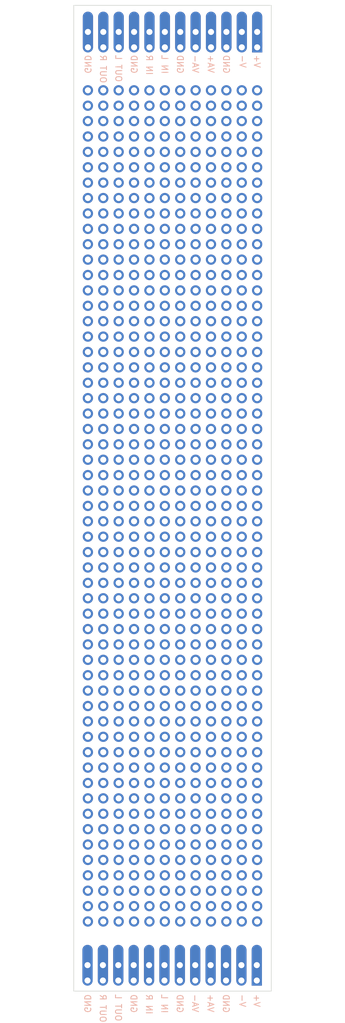
<source format=kicad_pcb>
(kicad_pcb (version 20211014) (generator pcbnew)
  (layers (0 "F.Cu" signal) (31 "B.Cu" signal) (34 "B.Paste" user) (35 "F.Paste" user) (36 "B.SilkS" user "B.Silkscreen") (37 "F.SilkS" user "F.Silkscreen") (38 "B.Mask" user) (39 "F.Mask" user) (44 "Edge.Cuts" user))
  (net 0 "")
  (net 1 "R_OUTPUT")
  (net 2 "L_OUTPUT")
  (net 3 "GND")
  (net 4 "R_INPUT")
  (net 5 "L_INPUT")
  (net 6 "VCC")
  (net 7 "VEE")
  (footprint "TestPoint:TestPoint_THTPad_D2.5mm_Drill1.2mm" (layer "F.Cu") (at 111.14 109.610649)
    (fp_text reference "REF**392" hide)
    (fp_text value "TestPoint_THTPad_D2.5mm_Drill1.2mm")
  )
  (footprint "TestPoint:TestPoint_THTPad_D2.5mm_Drill1.2mm" (layer "F.Cu") (at 103.52 96.910649)
    (fp_text reference "REF**329" hide)
    (fp_text value "TestPoint_THTPad_D2.5mm_Drill1.2mm")
  )
  (footprint "TestPoint:TestPoint_THTPad_D2.5mm_Drill1.2mm" (layer "F.Cu") (at 100.98 46.110649)
    (fp_text reference "REF**88" hide)
    (fp_text value "TestPoint_THTPad_D2.5mm_Drill1.2mm")
  )
  (footprint "TestPoint:TestPoint_THTPad_D2.5mm_Drill1.2mm" (layer "F.Cu") (at 93.36 56.270649)
    (fp_text reference "REF**133" hide)
    (fp_text value "TestPoint_THTPad_D2.5mm_Drill1.2mm")
  )
  (footprint "TestPoint:TestPoint_THTPad_D2.5mm_Drill1.2mm" (layer "F.Cu") (at 95.9 142.630649)
    (fp_text reference "REF**542" hide)
    (fp_text value "TestPoint_THTPad_D2.5mm_Drill1.2mm")
  )
  (footprint "TestPoint:TestPoint_THTPad_D2.5mm_Drill1.2mm" (layer "F.Cu") (at 95.9 76.590649)
    (fp_text reference "REF**230" hide)
    (fp_text value "TestPoint_THTPad_D2.5mm_Drill1.2mm")
  )
  (footprint "TestPoint:TestPoint_THTPad_D2.5mm_Drill1.2mm" (layer "F.Cu") (at 93.36 28.330649)
    (fp_text reference "REF**1" hide)
    (fp_text value "TestPoint_THTPad_D2.5mm_Drill1.2mm")
  )
  (footprint "TestPoint:TestPoint_THTPad_D2.5mm_Drill1.2mm" (layer "F.Cu") (at 100.98 76.590649)
    (fp_text reference "REF**232" hide)
    (fp_text value "TestPoint_THTPad_D2.5mm_Drill1.2mm")
  )
  (footprint "TestPoint:TestPoint_THTPad_D2.5mm_Drill1.2mm" (layer "F.Cu") (at 100.98 41.030649)
    (fp_text reference "REF**64" hide)
    (fp_text value "TestPoint_THTPad_D2.5mm_Drill1.2mm")
  )
  (footprint "TestPoint:TestPoint_THTPad_D2.5mm_Drill1.2mm" (layer "F.Cu") (at 113.68 33.410649)
    (fp_text reference "REF**33" hide)
    (fp_text value "TestPoint_THTPad_D2.5mm_Drill1.2mm")
  )
  (footprint "TestPoint:TestPoint_THTPad_D2.5mm_Drill1.2mm" (layer "F.Cu") (at 95.9 94.370649)
    (fp_text reference "REF**314" hide)
    (fp_text value "TestPoint_THTPad_D2.5mm_Drill1.2mm")
  )
  (footprint "TestPoint:TestPoint_THTPad_D2.5mm_Drill1.2mm" (layer "F.Cu") (at 100.98 109.610649)
    (fp_text reference "REF**388" hide)
    (fp_text value "TestPoint_THTPad_D2.5mm_Drill1.2mm")
  )
  (footprint "TestPoint:TestPoint_THTPad_D2.5mm_Drill1.2mm" (layer "F.Cu") (at 95.9 122.310649)
    (fp_text reference "REF**446" hide)
    (fp_text value "TestPoint_THTPad_D2.5mm_Drill1.2mm")
  )
  (footprint "TestPoint:TestPoint_THTPad_D2.5mm_Drill1.2mm" (layer "F.Cu") (at 100.98 56.270649)
    (fp_text reference "REF**136" hide)
    (fp_text value "TestPoint_THTPad_D2.5mm_Drill1.2mm")
  )
  (footprint "TestPoint:TestPoint_THTPad_D2.5mm_Drill1.2mm" (layer "F.Cu") (at 116.22 135.010649)
    (fp_text reference "REF**514" hide)
    (fp_text value "TestPoint_THTPad_D2.5mm_Drill1.2mm")
  )
  (footprint "TestPoint:TestPoint_THTPad_D2.5mm_Drill1.2mm" (layer "F.Cu") (at 103.52 129.930649)
    (fp_text reference "REF**485" hide)
    (fp_text value "TestPoint_THTPad_D2.5mm_Drill1.2mm")
  )
  (footprint "TestPoint:TestPoint_THTPad_D2.5mm_Drill1.2mm" (layer "F.Cu") (at 90.82 53.730649)
    (fp_text reference "REF**120" hide)
    (fp_text value "TestPoint_THTPad_D2.5mm_Drill1.2mm")
  )
  (footprint "TestPoint:TestPoint_THTPad_D2.5mm_Drill1.2mm" (layer "F.Cu") (at 113.68 140.090649)
    (fp_text reference "REF**537" hide)
    (fp_text value "TestPoint_THTPad_D2.5mm_Drill1.2mm")
  )
  (footprint "TestPoint:TestPoint_THTPad_D2.5mm_Drill1.2mm" (layer "F.Cu") (at 108.6 119.770649)
    (fp_text reference "REF**439" hide)
    (fp_text value "TestPoint_THTPad_D2.5mm_Drill1.2mm")
  )
  (footprint "TestPoint:TestPoint_THTPad_D2.5mm_Drill1.2mm" (layer "F.Cu") (at 95.9 127.390649)
    (fp_text reference "REF**470" hide)
    (fp_text value "TestPoint_THTPad_D2.5mm_Drill1.2mm")
  )
  (footprint "TestPoint:TestPoint_THTPad_D2.5mm_Drill1.2mm" (layer "F.Cu") (at 90.82 122.310649)
    (fp_text reference "REF**444" hide)
    (fp_text value "TestPoint_THTPad_D2.5mm_Drill1.2mm")
  )
  (footprint "TestPoint:TestPoint_THTPad_D2.5mm_Drill1.2mm" (layer "F.Cu") (at 95.9 140.090649)
    (fp_text reference "REF**530" hide)
    (fp_text value "TestPoint_THTPad_D2.5mm_Drill1.2mm")
  )
  (footprint "TestPoint:TestPoint_THTPad_D2.5mm_Drill1.2mm" (layer "F.Cu") (at 113.68 71.510649)
    (fp_text reference "REF**213" hide)
    (fp_text value "TestPoint_THTPad_D2.5mm_Drill1.2mm")
  )
  (footprint "TestPoint:TestPoint_THTPad_D2.5mm_Drill1.2mm" (layer "F.Cu") (at 108.6 96.910649)
    (fp_text reference "REF**331" hide)
    (fp_text value "TestPoint_THTPad_D2.5mm_Drill1.2mm")
  )
  (footprint "TestPoint:TestPoint_THTPad_D2.5mm_Drill1.2mm" (layer "F.Cu") (at 116.22 124.850649)
    (fp_text reference "REF**466" hide)
    (fp_text value "TestPoint_THTPad_D2.5mm_Drill1.2mm")
  )
  (footprint "TestPoint:TestPoint_THTPad_D2.5mm_Drill1.2mm" (layer "F.Cu") (at 95.9 30.870649)
    (fp_text reference "REF**14" hide)
    (fp_text value "TestPoint_THTPad_D2.5mm_Drill1.2mm")
  )
  (footprint "TestPoint:TestPoint_THTPad_D2.5mm_Drill1.2mm" (layer "F.Cu") (at 93.36 51.190649)
    (fp_text reference "REF**109" hide)
    (fp_text value "TestPoint_THTPad_D2.5mm_Drill1.2mm")
  )
  (footprint "TestPoint:TestPoint_THTPad_D2.5mm_Drill1.2mm" (layer "F.Cu") (at 106.06 86.750649)
    (fp_text reference "REF**282" hide)
    (fp_text value "TestPoint_THTPad_D2.5mm_Drill1.2mm")
  )
  (footprint "TestPoint:TestPoint_THTPad_D2.5mm_Drill1.2mm" (layer "F.Cu") (at 108.6 155.330649)
    (fp_text reference "REF**607" hide)
    (fp_text value "TestPoint_THTPad_D2.5mm_Drill1.2mm")
  )
  (footprint "TestPoint:TestPoint_THTPad_D2.5mm_Drill1.2mm" (layer "F.Cu") (at 100.98 127.390649)
    (fp_text reference "REF**472" hide)
    (fp_text value "TestPoint_THTPad_D2.5mm_Drill1.2mm")
  )
  (footprint "TestPoint:TestPoint_THTPad_D2.5mm_Drill1.2mm" (layer "F.Cu") (at 90.82 114.690649)
    (fp_text reference "REF**408" hide)
    (fp_text value "TestPoint_THTPad_D2.5mm_Drill1.2mm")
  )
  (footprint "TestPoint:TestPoint_THTPad_D2.5mm_Drill1.2mm" (layer "F.Cu") (at 95.9 114.690649)
    (fp_text reference "REF**410" hide)
    (fp_text value "TestPoint_THTPad_D2.5mm_Drill1.2mm")
  )
  (footprint "TestPoint:TestPoint_THTPad_D2.5mm_Drill1.2mm" (layer "F.Cu") (at 116.22 46.110649)
    (fp_text reference "REF**94" hide)
    (fp_text value "TestPoint_THTPad_D2.5mm_Drill1.2mm")
  )
  (footprint "TestPoint:TestPoint_THTPad_D2.5mm_Drill1.2mm" (layer "F.Cu") (at 111.14 63.890649)
    (fp_text reference "REF**176" hide)
    (fp_text value "TestPoint_THTPad_D2.5mm_Drill1.2mm")
  )
  (footprint "TestPoint:TestPoint_THTPad_D2.5mm_Drill1.2mm" (layer "F.Cu") (at 93.36 112.150649)
    (fp_text reference "REF**397" hide)
    (fp_text value "TestPoint_THTPad_D2.5mm_Drill1.2mm")
  )
  (footprint "TestPoint:TestPoint_THTPad_D2.5mm_Drill1.2mm" (layer "F.Cu") (at 93.36 74.050649)
    (fp_text reference "REF**217" hide)
    (fp_text value "TestPoint_THTPad_D2.5mm_Drill1.2mm")
  )
  (footprint "TestPoint:TestPoint_THTPad_D2.5mm_Drill1.2mm" (layer "F.Cu") (at 108.6 53.730649)
    (fp_text reference "REF**127" hide)
    (fp_text value "TestPoint_THTPad_D2.5mm_Drill1.2mm")
  )
  (footprint "TestPoint:TestPoint_THTPad_D2.5mm_Drill1.2mm" (layer "F.Cu") (at 103.52 81.670649)
    (fp_text reference "REF**257" hide)
    (fp_text value "TestPoint_THTPad_D2.5mm_Drill1.2mm")
  )
  (footprint "TestPoint:TestPoint_THTPad_D2.5mm_Drill1.2mm" (layer "F.Cu") (at 90.82 46.110649)
    (fp_text reference "REF**84" hide)
    (fp_text value "TestPoint_THTPad_D2.5mm_Drill1.2mm")
  )
  (footprint "TestPoint:TestPoint_THTPad_D2.5mm_Drill1.2mm" (layer "F.Cu") (at 111.14 66.430649)
    (fp_text reference "REF**188" hide)
    (fp_text value "TestPoint_THTPad_D2.5mm_Drill1.2mm")
  )
  (footprint "TestPoint:TestPoint_THTPad_D2.5mm_Drill1.2mm" (layer "F.Cu") (at 93.36 124.850649)
    (fp_text reference "REF**457" hide)
    (fp_text value "TestPoint_THTPad_D2.5mm_Drill1.2mm")
  )
  (footprint "TestPoint:TestPoint_THTPad_D2.5mm_Drill1.2mm" (layer "F.Cu") (at 111.14 46.110649)
    (fp_text reference "REF**92" hide)
    (fp_text value "TestPoint_THTPad_D2.5mm_Drill1.2mm")
  )
  (footprint "TestPoint:TestPoint_THTPad_D2.5mm_Drill1.2mm" (layer "F.Cu") (at 98.44 132.470649)
    (fp_text reference "REF**495" hide)
    (fp_text value "TestPoint_THTPad_D2.5mm_Drill1.2mm")
  )
  (footprint "TestPoint:TestPoint_THTPad_D2.5mm_Drill1.2mm" (layer "F.Cu") (at 103.52 63.890649)
    (fp_text reference "REF**173" hide)
    (fp_text value "TestPoint_THTPad_D2.5mm_Drill1.2mm")
  )
  (footprint "TestPoint:TestPoint_THTPad_D2.5mm_Drill1.2mm" (layer "F.Cu") (at 113.68 142.630649)
    (fp_text reference "REF**549" hide)
    (fp_text value "TestPoint_THTPad_D2.5mm_Drill1.2mm")
  )
  (footprint "TestPoint:TestPoint_THTPad_D2.5mm_Drill1.2mm" (layer "F.Cu") (at 100.98 86.750649)
    (fp_text reference "REF**280" hide)
    (fp_text value "TestPoint_THTPad_D2.5mm_Drill1.2mm")
  )
  (footprint "TestPoint:TestPoint_THTPad_D2.5mm_Drill1.2mm" (layer "F.Cu") (at 103.52 56.270649)
    (fp_text reference "REF**137" hide)
    (fp_text value "TestPoint_THTPad_D2.5mm_Drill1.2mm")
  )
  (footprint "TestPoint:TestPoint_THTPad_D2.5mm_Drill1.2mm" (layer "F.Cu") (at 93.36 142.630649)
    (fp_text reference "REF**541" hide)
    (fp_text value "TestPoint_THTPad_D2.5mm_Drill1.2mm")
  )
  (footprint "TestPoint:TestPoint_THTPad_D2.5mm_Drill1.2mm" (layer "F.Cu") (at 106.06 145.170649)
    (fp_text reference "REF**558" hide)
    (fp_text value "TestPoint_THTPad_D2.5mm_Drill1.2mm")
  )
  (footprint "TestPoint:TestPoint_THTPad_D2.5mm_Drill1.2mm" (layer "F.Cu") (at 90.82 109.610649)
    (fp_text reference "REF**384" hide)
    (fp_text value "TestPoint_THTPad_D2.5mm_Drill1.2mm")
  )
  (footprint "TestPoint:TestPoint_THTPad_D2.5mm_Drill1.2mm" (layer "F.Cu") (at 103.52 165.490649)
    (fp_text reference "REF**653" hide)
    (fp_text value "TestPoint_THTPad_D2.5mm_Drill1.2mm")
  )
  (footprint "TestPoint:TestPoint_THTPad_D2.5mm_Drill1.2mm" (layer "F.Cu") (at 90.82 119.770649)
    (fp_text reference "REF**432" hide)
    (fp_text value "TestPoint_THTPad_D2.5mm_Drill1.2mm")
  )
  (footprint "TestPoint:TestPoint_THTPad_D2.5mm_Drill1.2mm" (layer "F.Cu") (at 90.82 147.710649)
    (fp_text reference "REF**564" hide)
    (fp_text value "TestPoint_THTPad_D2.5mm_Drill1.2mm")
  )
  (footprint "TestPoint:TestPoint_THTPad_D2.5mm_Drill1.2mm" (layer "F.Cu") (at 118.76 127.390649)
    (fp_text reference "REF**479" hide)
    (fp_text value "TestPoint_THTPad_D2.5mm_Drill1.2mm")
  )
  (footprint "TestPoint:TestPoint_THTPad_D2.5mm_Drill1.2mm" (layer "F.Cu") (at 106.06 63.890649)
    (fp_text reference "REF**174" hide)
    (fp_text value "TestPoint_THTPad_D2.5mm_Drill1.2mm")
  )
  (footprint "TestPoint:TestPoint_THTPad_D2.5mm_Drill1.2mm" (layer "F.Cu") (at 90.82 66.430649)
    (fp_text reference "REF**180" hide)
    (fp_text value "TestPoint_THTPad_D2.5mm_Drill1.2mm")
  )
  (footprint "TestPoint:TestPoint_THTPad_D2.5mm_Drill1.2mm" (layer "F.Cu") (at 116.22 119.770649)
    (fp_text reference "REF**442" hide)
    (fp_text value "TestPoint_THTPad_D2.5mm_Drill1.2mm")
  )
  (footprint "TestPoint:TestPoint_THTPad_D2.5mm_Drill1.2mm" (layer "F.Cu") (at 111.14 94.370649)
    (fp_text reference "REF**320" hide)
    (fp_text value "TestPoint_THTPad_D2.5mm_Drill1.2mm")
  )
  (footprint "TestPoint:TestPoint_THTPad_D2.5mm_Drill1.2mm" (layer "F.Cu") (at 98.44 114.690649)
    (fp_text reference "REF**411" hide)
    (fp_text value "TestPoint_THTPad_D2.5mm_Drill1.2mm")
  )
  (footprint "TestPoint:TestPoint_THTPad_D2.5mm_Drill1.2mm" (layer "F.Cu") (at 95.9 58.810649)
    (fp_text reference "REF**146" hide)
    (fp_text value "TestPoint_THTPad_D2.5mm_Drill1.2mm")
  )
  (footprint "TestPoint:TestPoint_THTPad_D2.5mm_Drill1.2mm" (layer "F.Cu") (at 95.9 96.910649)
    (fp_text reference "REF**326" hide)
    (fp_text value "TestPoint_THTPad_D2.5mm_Drill1.2mm")
  )
  (footprint "TestPoint:TestPoint_THTPad_D2.5mm_Drill1.2mm" (layer "F.Cu") (at 95.9 81.670649)
    (fp_text reference "REF**254" hide)
    (fp_text value "TestPoint_THTPad_D2.5mm_Drill1.2mm")
  )
  (footprint "TestPoint:TestPoint_THTPad_D2.5mm_Drill1.2mm" (layer "F.Cu") (at 118.76 109.610649)
    (fp_text reference "REF**395" hide)
    (fp_text value "TestPoint_THTPad_D2.5mm_Drill1.2mm")
  )
  (footprint "TestPoint:TestPoint_THTPad_D2.5mm_Drill1.2mm" (layer "F.Cu") (at 113.68 162.950649)
    (fp_text reference "REF**645" hide)
    (fp_text value "TestPoint_THTPad_D2.5mm_Drill1.2mm")
  )
  (footprint "TestPoint:TestPoint_THTPad_D2.5mm_Drill1.2mm" (layer "F.Cu") (at 93.36 38.490649)
    (fp_text reference "REF**49" hide)
    (fp_text value "TestPoint_THTPad_D2.5mm_Drill1.2mm")
  )
  (footprint "TestPoint:TestPoint_THTPad_D2.5mm_Drill1.2mm" (layer "F.Cu") (at 113.68 46.110649)
    (fp_text reference "REF**93" hide)
    (fp_text value "TestPoint_THTPad_D2.5mm_Drill1.2mm")
  )
  (footprint "TestPoint:TestPoint_THTPad_D2.5mm_Drill1.2mm" (layer "F.Cu") (at 103.52 112.150649)
    (fp_text reference "REF**401" hide)
    (fp_text value "TestPoint_THTPad_D2.5mm_Drill1.2mm")
  )
  (footprint "TestPoint:TestPoint_THTPad_D2.5mm_Drill1.2mm" (layer "F.Cu") (at 113.68 155.330649)
    (fp_text reference "REF**609" hide)
    (fp_text value "TestPoint_THTPad_D2.5mm_Drill1.2mm")
  )
  (footprint "TestPoint:TestPoint_THTPad_D2.5mm_Drill1.2mm" (layer "F.Cu") (at 106.06 74.050649)
    (fp_text reference "REF**222" hide)
    (fp_text value "TestPoint_THTPad_D2.5mm_Drill1.2mm")
  )
  (footprint "TestPoint:TestPoint_THTPad_D2.5mm_Drill1.2mm" (layer "F.Cu") (at 90.82 101.990649)
    (fp_text reference "REF**348" hide)
    (fp_text value "TestPoint_THTPad_D2.5mm_Drill1.2mm")
  )
  (footprint "TestPoint:TestPoint_THTPad_D2.5mm_Drill1.2mm" (layer "F.Cu") (at 103.52 71.510649)
    (fp_text reference "REF**209" hide)
    (fp_text value "TestPoint_THTPad_D2.5mm_Drill1.2mm")
  )
  (footprint "TestPoint:TestPoint_THTPad_D2.5mm_Drill1.2mm" (layer "F.Cu") (at 116.22 99.450649)
    (fp_text reference "REF**346" hide)
    (fp_text value "TestPoint_THTPad_D2.5mm_Drill1.2mm")
  )
  (footprint "TestPoint:TestPoint_THTPad_D2.5mm_Drill1.2mm" (layer "F.Cu") (at 116.22 38.490649)
    (fp_text reference "REF**58" hide)
    (fp_text value "TestPoint_THTPad_D2.5mm_Drill1.2mm")
  )
  (footprint "TestPoint:TestPoint_THTPad_D2.5mm_Drill1.2mm" (layer "F.Cu") (at 100.98 58.810649)
    (fp_text reference "REF**148" hide)
    (fp_text value "TestPoint_THTPad_D2.5mm_Drill1.2mm")
  )
  (footprint "TestPoint:TestPoint_THTPad_D2.5mm_Drill1.2mm" (layer "F.Cu") (at 106.06 96.910649)
    (fp_text reference "REF**330" hide)
    (fp_text value "TestPoint_THTPad_D2.5mm_Drill1.2mm")
  )
  (footprint "TestPoint:TestPoint_THTPad_D2.5mm_Drill1.2mm" (layer "F.Cu") (at 100.98 66.430649)
    (fp_text reference "REF**184" hide)
    (fp_text value "TestPoint_THTPad_D2.5mm_Drill1.2mm")
  )
  (footprint "TestPoint:TestPoint_THTPad_D2.5mm_Drill1.2mm" (layer "F.Cu") (at 106.06 132.470649)
    (fp_text reference "REF**498" hide)
    (fp_text value "TestPoint_THTPad_D2.5mm_Drill1.2mm")
  )
  (footprint "TestPoint:TestPoint_THTPad_D2.5mm_Drill1.2mm" (layer "F.Cu") (at 111.14 140.090649)
    (fp_text reference "REF**536" hide)
    (fp_text value "TestPoint_THTPad_D2.5mm_Drill1.2mm")
  )
  (footprint "TestPoint:TestPoint_THTPad_D2.5mm_Drill1.2mm" (layer "F.Cu") (at 113.68 157.870649)
    (fp_text reference "REF**621" hide)
    (fp_text value "TestPoint_THTPad_D2.5mm_Drill1.2mm")
  )
  (footprint "TestPoint:TestPoint_THTPad_D2.5mm_Drill1.2mm" (layer "F.Cu") (at 111.14 152.790649)
    (fp_text reference "REF**596" hide)
    (fp_text value "TestPoint_THTPad_D2.5mm_Drill1.2mm")
  )
  (footprint "TestPoint:TestPoint_THTPad_D2.5mm_Drill1.2mm" (layer "F.Cu") (at 113.68 147.710649)
    (fp_text reference "REF**573" hide)
    (fp_text value "TestPoint_THTPad_D2.5mm_Drill1.2mm")
  )
  (footprint "TestPoint:TestPoint_THTPad_D2.5mm_Drill1.2mm" (layer "F.Cu") (at 111.14 119.770649)
    (fp_text reference "REF**440" hide)
    (fp_text value "TestPoint_THTPad_D2.5mm_Drill1.2mm")
  )
  (footprint "TestPoint:TestPoint_THTPad_D2.5mm_Drill1.2mm" (layer "F.Cu") (at 108.6 94.370649)
    (fp_text reference "REF**319" hide)
    (fp_text value "TestPoint_THTPad_D2.5mm_Drill1.2mm")
  )
  (footprint "TestPoint:TestPoint_THTPad_D2.5mm_Drill1.2mm" (layer "F.Cu") (at 116.22 53.730649)
    (fp_text reference "REF**130" hide)
    (fp_text value "TestPoint_THTPad_D2.5mm_Drill1.2mm")
  )
  (footprint "TestPoint:TestPoint_THTPad_D2.5mm_Drill1.2mm" (layer "F.Cu") (at 93.36 43.570649)
    (fp_text reference "REF**73" hide)
    (fp_text value "TestPoint_THTPad_D2.5mm_Drill1.2mm")
  )
  (footprint "TestPoint:TestPoint_THTPad_D2.5mm_Drill1.2mm" (layer "F.Cu") (at 98.44 63.890649)
    (fp_text reference "REF**171" hide)
    (fp_text value "TestPoint_THTPad_D2.5mm_Drill1.2mm")
  )
  (footprint "TestPoint:TestPoint_THTPad_D2.5mm_Drill1.2mm" (layer "F.Cu") (at 100.98 28.330649)
    (fp_text reference "REF**4" hide)
    (fp_text value "TestPoint_THTPad_D2.5mm_Drill1.2mm")
  )
  (footprint "TestPoint:TestPoint_THTPad_D2.5mm_Drill1.2mm" (layer "F.Cu") (at 111.14 145.170649)
    (fp_text reference "REF**560" hide)
    (fp_text value "TestPoint_THTPad_D2.5mm_Drill1.2mm")
  )
  (footprint "TestPoint:TestPoint_THTPad_D2.5mm_Drill1.2mm" (layer "F.Cu") (at 118.76 79.130649)
    (fp_text reference "REF**251" hide)
    (fp_text value "TestPoint_THTPad_D2.5mm_Drill1.2mm")
  )
  (footprint "TestPoint:TestPoint_THTPad_D2.5mm_Drill1.2mm" (layer "F.Cu") (at 108.6 58.810649)
    (fp_text reference "REF**151" hide)
    (fp_text value "TestPoint_THTPad_D2.5mm_Drill1.2mm")
  )
  (footprint "TestPoint:TestPoint_THTPad_D2.5mm_Drill1.2mm" (layer "F.Cu") (at 113.68 127.390649)
    (fp_text reference "REF**477" hide)
    (fp_text value "TestPoint_THTPad_D2.5mm_Drill1.2mm")
  )
  (footprint "TestPoint:TestPoint_THTPad_D2.5mm_Drill1.2mm" (layer "F.Cu") (at 90.82 56.270649)
    (fp_text reference "REF**132" hide)
    (fp_text value "TestPoint_THTPad_D2.5mm_Drill1.2mm")
  )
  (footprint "TestPoint:TestPoint_THTPad_D2.5mm_Drill1.2mm" (layer "F.Cu") (at 113.68 56.270649)
    (fp_text reference "REF**141" hide)
    (fp_text value "TestPoint_THTPad_D2.5mm_Drill1.2mm")
  )
  (footprint "TestPoint:TestPoint_THTPad_D2.5mm_Drill1.2mm" (layer "F.Cu") (at 118.76 84.210649)
    (fp_text reference "REF**275" hide)
    (fp_text value "TestPoint_THTPad_D2.5mm_Drill1.2mm")
  )
  (footprint "TestPoint:TestPoint_THTPad_D2.5mm_Drill1.2mm" (layer "F.Cu") (at 118.76 96.910649)
    (fp_text reference "REF**335" hide)
    (fp_text value "TestPoint_THTPad_D2.5mm_Drill1.2mm")
  )
  (footprint "TestPoint:TestPoint_THTPad_D2.5mm_Drill1.2mm" (layer "F.Cu") (at 103.52 33.410649)
    (fp_text reference "REF**29" hide)
    (fp_text value "TestPoint_THTPad_D2.5mm_Drill1.2mm")
  )
  (footprint "TestPoint:TestPoint_THTPad_D2.5mm_Drill1.2mm" (layer "F.Cu") (at 93.36 66.430649)
    (fp_text reference "REF**181" hide)
    (fp_text value "TestPoint_THTPad_D2.5mm_Drill1.2mm")
  )
  (footprint "TestPoint:TestPoint_THTPad_D2.5mm_Drill1.2mm" (layer "F.Cu") (at 93.36 165.490649)
    (fp_text reference "REF**649" hide)
    (fp_text value "TestPoint_THTPad_D2.5mm_Drill1.2mm")
  )
  (footprint "TestPoint:TestPoint_THTPad_D2.5mm_Drill1.2mm" (layer "F.Cu") (at 103.52 61.350649)
    (fp_text reference "REF**161" hide)
    (fp_text value "TestPoint_THTPad_D2.5mm_Drill1.2mm")
  )
  (footprint "TestPoint:TestPoint_THTPad_D2.5mm_Drill1.2mm" (layer "F.Cu") (at 108.6 160.410649)
    (fp_text reference "REF**631" hide)
    (fp_text value "TestPoint_THTPad_D2.5mm_Drill1.2mm")
  )
  (footprint "TestPoint:TestPoint_THTPad_D2.5mm_Drill1.2mm" (layer "F.Cu") (at 113.68 145.170649)
    (fp_text reference "REF**561" hide)
    (fp_text value "TestPoint_THTPad_D2.5mm_Drill1.2mm")
  )
  (footprint "TestPoint:TestPoint_THTPad_D2.5mm_Drill1.2mm" (layer "F.Cu") (at 100.98 81.670649)
    (fp_text reference "REF**256" hide)
    (fp_text value "TestPoint_THTPad_D2.5mm_Drill1.2mm")
  )
  (footprint "TestPoint:TestPoint_THTPad_D2.5mm_Drill1.2mm" (layer "F.Cu") (at 103.52 135.010649)
    (fp_text reference "REF**509" hide)
    (fp_text value "TestPoint_THTPad_D2.5mm_Drill1.2mm")
  )
  (footprint "TestPoint:TestPoint_THTPad_D2.5mm_Drill1.2mm" (layer "F.Cu") (at 106.06 89.290649)
    (fp_text reference "REF**294" hide)
    (fp_text value "TestPoint_THTPad_D2.5mm_Drill1.2mm")
  )
  (footprint "TestPoint:TestPoint_THTPad_D2.5mm_Drill1.2mm" (layer "F.Cu") (at 113.68 61.350649)
    (fp_text reference "REF**165" hide)
    (fp_text value "TestPoint_THTPad_D2.5mm_Drill1.2mm")
  )
  (footprint "TestPoint:TestPoint_THTPad_D2.5mm_Drill1.2mm" (layer "F.Cu") (at 118.76 81.670649)
    (fp_text reference "REF**263" hide)
    (fp_text value "TestPoint_THTPad_D2.5mm_Drill1.2mm")
  )
  (footprint "TestPoint:TestPoint_THTPad_D2.5mm_Drill1.2mm" (layer "F.Cu") (at 118.76 155.330649)
    (fp_text reference "REF**611" hide)
    (fp_text value "TestPoint_THTPad_D2.5mm_Drill1.2mm")
  )
  (footprint "TestPoint:TestPoint_THTPad_D2.5mm_Drill1.2mm" (layer "F.Cu") (at 90.82 33.410649)
    (fp_text reference "REF**24" hide)
    (fp_text value "TestPoint_THTPad_D2.5mm_Drill1.2mm")
  )
  (footprint "TestPoint:TestPoint_THTPad_D2.5mm_Drill1.2mm" (layer "F.Cu") (at 93.36 155.330649)
    (fp_text reference "REF**601" hide)
    (fp_text value "TestPoint_THTPad_D2.5mm_Drill1.2mm")
  )
  (footprint "TestPoint:TestPoint_THTPad_D2.5mm_Drill1.2mm" (layer "F.Cu") (at 116.22 112.150649)
    (fp_text reference "REF**406" hide)
    (fp_text value "TestPoint_THTPad_D2.5mm_Drill1.2mm")
  )
  (footprint "TestPoint:TestPoint_THTPad_D2.5mm_Drill1.2mm" (layer "F.Cu") (at 103.52 66.430649)
    (fp_text reference "REF**185" hide)
    (fp_text value "TestPoint_THTPad_D2.5mm_Drill1.2mm")
  )
  (footprint "TestPoint:TestPoint_THTPad_D2.5mm_Drill1.2mm" (layer "F.Cu") (at 103.52 147.710649)
    (fp_text reference "REF**569" hide)
    (fp_text value "TestPoint_THTPad_D2.5mm_Drill1.2mm")
  )
  (footprint "TestPoint:TestPoint_THTPad_D2.5mm_Drill1.2mm" (layer "F.Cu") (at 116.22 117.230649)
    (fp_text reference "REF**430" hide)
    (fp_text value "TestPoint_THTPad_D2.5mm_Drill1.2mm")
  )
  (footprint "TestPoint:TestPoint_THTPad_D2.5mm_Drill1.2mm" (layer "F.Cu") (at 100.98 30.870649)
    (fp_text reference "REF**16" hide)
    (fp_text value "TestPoint_THTPad_D2.5mm_Drill1.2mm")
  )
  (footprint "TestPoint:TestPoint_THTPad_D2.5mm_Drill1.2mm" (layer "F.Cu") (at 106.06 122.310649)
    (fp_text reference "REF**450" hide)
    (fp_text value "TestPoint_THTPad_D2.5mm_Drill1.2mm")
  )
  (footprint "TestPoint:TestPoint_THTPad_D2.5mm_Drill1.2mm" (layer "F.Cu") (at 100.98 150.250649)
    (fp_text reference "REF**580" hide)
    (fp_text value "TestPoint_THTPad_D2.5mm_Drill1.2mm")
  )
  (footprint "TestPoint:TestPoint_THTPad_D2.5mm_Drill1.2mm" (layer "F.Cu") (at 103.52 76.590649)
    (fp_text reference "REF**233" hide)
    (fp_text value "TestPoint_THTPad_D2.5mm_Drill1.2mm")
  )
  (footprint "TestPoint:TestPoint_THTPad_D2.5mm_Drill1.2mm" (layer "F.Cu") (at 98.44 162.950649)
    (fp_text reference "REF**639" hide)
    (fp_text value "TestPoint_THTPad_D2.5mm_Drill1.2mm")
  )
  (footprint "TestPoint:TestPoint_THTPad_D2.5mm_Drill1.2mm" (layer "F.Cu") (at 90.82 84.210649)
    (fp_text reference "REF**264" hide)
    (fp_text value "TestPoint_THTPad_D2.5mm_Drill1.2mm")
  )
  (footprint "TestPoint:TestPoint_THTPad_D2.5mm_Drill1.2mm" (layer "F.Cu") (at 106.06 124.850649)
    (fp_text reference "REF**462" hide)
    (fp_text value "TestPoint_THTPad_D2.5mm_Drill1.2mm")
  )
  (footprint "TestPoint:TestPoint_THTPad_D2.5mm_Drill1.2mm" (layer "F.Cu") (at 100.98 152.790649)
    (fp_text reference "REF**592" hide)
    (fp_text value "TestPoint_THTPad_D2.5mm_Drill1.2mm")
  )
  (footprint "TestPoint:TestPoint_THTPad_D2.5mm_Drill1.2mm" (layer "F.Cu") (at 118.76 147.710649)
    (fp_text reference "REF**575" hide)
    (fp_text value "TestPoint_THTPad_D2.5mm_Drill1.2mm")
  )
  (footprint "TestPoint:TestPoint_THTPad_D2.5mm_Drill1.2mm" (layer "F.Cu") (at 103.52 99.450649)
    (fp_text reference "REF**341" hide)
    (fp_text value "TestPoint_THTPad_D2.5mm_Drill1.2mm")
  )
  (footprint "TestPoint:TestPoint_THTPad_D2.5mm_Drill1.2mm" (layer "F.Cu") (at 95.9 61.350649)
    (fp_text reference "REF**158" hide)
    (fp_text value "TestPoint_THTPad_D2.5mm_Drill1.2mm")
  )
  (footprint "TestPoint:TestPoint_THTPad_D2.5mm_Drill1.2mm" (layer "F.Cu") (at 90.82 71.510649)
    (fp_text reference "REF**204" hide)
    (fp_text value "TestPoint_THTPad_D2.5mm_Drill1.2mm")
  )
  (footprint "TestPoint:TestPoint_THTPad_D2.5mm_Drill1.2mm" (layer "F.Cu") (at 93.36 132.470649)
    (fp_text reference "REF**493" hide)
    (fp_text value "TestPoint_THTPad_D2.5mm_Drill1.2mm")
  )
  (footprint "TestPoint:TestPoint_THTPad_D2.5mm_Drill1.2mm" (layer "F.Cu") (at 98.44 61.350649)
    (fp_text reference "REF**159" hide)
    (fp_text value "TestPoint_THTPad_D2.5mm_Drill1.2mm")
  )
  (footprint "TestPoint:TestPoint_THTPad_D2.5mm_Drill1.2mm" (layer "F.Cu") (at 98.44 56.270649)
    (fp_text reference "REF**135" hide)
    (fp_text value "TestPoint_THTPad_D2.5mm_Drill1.2mm")
  )
  (footprint "TestPoint:TestPoint_THTPad_D2.5mm_Drill1.2mm" (layer "F.Cu") (at 100.98 84.210649)
    (fp_text reference "REF**268" hide)
    (fp_text value "TestPoint_THTPad_D2.5mm_Drill1.2mm")
  )
  (footprint "TestPoint:TestPoint_THTPad_D2.5mm_Drill1.2mm" (layer "F.Cu") (at 111.14 56.270649)
    (fp_text reference "REF**140" hide)
    (fp_text value "TestPoint_THTPad_D2.5mm_Drill1.2mm")
  )
  (footprint "TestPoint:TestPoint_THTPad_D2.5mm_Drill1.2mm" (layer "F.Cu") (at 103.52 101.990649)
    (fp_text reference "REF**353" hide)
    (fp_text value "TestPoint_THTPad_D2.5mm_Drill1.2mm")
  )
  (footprint "TestPoint:TestPoint_THTPad_D2.5mm_Drill1.2mm" (layer "F.Cu") (at 90.82 142.630649)
    (fp_text reference "REF**540" hide)
    (fp_text value "TestPoint_THTPad_D2.5mm_Drill1.2mm")
  )
  (footprint "TestPoint:TestPoint_THTPad_D2.5mm_Drill1.2mm" (layer "F.Cu") (at 113.68 66.430649)
    (fp_text reference "REF**189" hide)
    (fp_text value "TestPoint_THTPad_D2.5mm_Drill1.2mm")
  )
  (footprint "TestPoint:TestPoint_THTPad_D2.5mm_Drill1.2mm" (layer "F.Cu") (at 113.68 41.030649)
    (fp_text reference "REF**69" hide)
    (fp_text value "TestPoint_THTPad_D2.5mm_Drill1.2mm")
  )
  (footprint "TestPoint:TestPoint_THTPad_D2.5mm_Drill1.2mm" (layer "F.Cu") (at 116.22 91.830649)
    (fp_text reference "REF**310" hide)
    (fp_text value "TestPoint_THTPad_D2.5mm_Drill1.2mm")
  )
  (footprint "TestPoint:TestPoint_THTPad_D2.5mm_Drill1.2mm" (layer "F.Cu") (at 118.76 135.010649)
    (fp_text reference "REF**515" hide)
    (fp_text value "TestPoint_THTPad_D2.5mm_Drill1.2mm")
  )
  (footprint "TestPoint:TestPoint_THTPad_D2.5mm_Drill1.2mm" (layer "F.Cu") (at 98.44 48.650649)
    (fp_text reference "REF**99" hide)
    (fp_text value "TestPoint_THTPad_D2.5mm_Drill1.2mm")
  )
  (footprint "TestPoint:TestPoint_THTPad_D2.5mm_Drill1.2mm" (layer "F.Cu") (at 103.52 30.870649)
    (fp_text reference "REF**17" hide)
    (fp_text value "TestPoint_THTPad_D2.5mm_Drill1.2mm")
  )
  (footprint "TestPoint:TestPoint_THTPad_D2.5mm_Drill1.2mm" (layer "F.Cu") (at 90.82 63.890649)
    (fp_text reference "REF**168" hide)
    (fp_text value "TestPoint_THTPad_D2.5mm_Drill1.2mm")
  )
  (footprint "TestPoint:TestPoint_THTPad_D2.5mm_Drill1.2mm" (layer "F.Cu") (at 108.6 89.290649)
    (fp_text reference "REF**295" hide)
    (fp_text value "TestPoint_THTPad_D2.5mm_Drill1.2mm")
  )
  (footprint "TestPoint:TestPoint_THTPad_D2.5mm_Drill1.2mm" (layer "F.Cu") (at 106.06 35.950649)
    (fp_text reference "REF**42" hide)
    (fp_text value "TestPoint_THTPad_D2.5mm_Drill1.2mm")
  )
  (footprint "TestPoint:TestPoint_THTPad_D2.5mm_Drill1.2mm" (layer "F.Cu") (at 118.76 132.470649)
    (fp_text reference "REF**503" hide)
    (fp_text value "TestPoint_THTPad_D2.5mm_Drill1.2mm")
  )
  (footprint "TestPoint:TestPoint_THTPad_D2.5mm_Drill1.2mm" (layer "F.Cu") (at 93.36 33.410649)
    (fp_text reference "REF**25" hide)
    (fp_text value "TestPoint_THTPad_D2.5mm_Drill1.2mm")
  )
  (footprint "TestPoint:TestPoint_THTPad_D2.5mm_Drill1.2mm" (layer "F.Cu") (at 108.6 162.950649)
    (fp_text reference "REF**643" hide)
    (fp_text value "TestPoint_THTPad_D2.5mm_Drill1.2mm")
  )
  (footprint "TestPoint:TestPoint_THTPad_D2.5mm_Drill1.2mm" (layer "F.Cu") (at 118.76 41.030649)
    (fp_text reference "REF**71" hide)
    (fp_text value "TestPoint_THTPad_D2.5mm_Drill1.2mm")
  )
  (footprint "TestPoint:TestPoint_THTPad_D2.5mm_Drill1.2mm" (layer "F.Cu") (at 111.14 35.950649)
    (fp_text reference "REF**44" hide)
    (fp_text value "TestPoint_THTPad_D2.5mm_Drill1.2mm")
  )
  (footprint "TestPoint:TestPoint_THTPad_D2.5mm_Drill1.2mm" (layer "F.Cu") (at 108.6 145.170649)
    (fp_text reference "REF**559" hide)
    (fp_text value "TestPoint_THTPad_D2.5mm_Drill1.2mm")
  )
  (footprint "TestPoint:TestPoint_THTPad_D2.5mm_Drill1.2mm" (layer "F.Cu") (at 103.52 28.330649)
    (fp_text reference "REF**5" hide)
    (fp_text value "TestPoint_THTPad_D2.5mm_Drill1.2mm")
  )
  (footprint "TestPoint:TestPoint_THTPad_D2.5mm_Drill1.2mm" (layer "F.Cu") (at 95.9 112.150649)
    (fp_text reference "REF**398" hide)
    (fp_text value "TestPoint_THTPad_D2.5mm_Drill1.2mm")
  )
  (footprint "TestPoint:TestPoint_THTPad_D2.5mm_Drill1.2mm" (layer "F.Cu") (at 93.36 58.810649)
    (fp_text reference "REF**145" hide)
    (fp_text value "TestPoint_THTPad_D2.5mm_Drill1.2mm")
  )
  (footprint "TestPoint:TestPoint_THTPad_D2.5mm_Drill1.2mm" (layer "F.Cu") (at 106.06 107.070649)
    (fp_text reference "REF**378" hide)
    (fp_text value "TestPoint_THTPad_D2.5mm_Drill1.2mm")
  )
  (footprint "TestPoint:TestPoint_THTPad_D2.5mm_Drill1.2mm" (layer "F.Cu") (at 98.44 30.870649)
    (fp_text reference "REF**15" hide)
    (fp_text value "TestPoint_THTPad_D2.5mm_Drill1.2mm")
  )
  (footprint "TestPoint:TestPoint_THTPad_D2.5mm_Drill1.2mm" (layer "F.Cu") (at 106.06 76.590649)
    (fp_text reference "REF**234" hide)
    (fp_text value "TestPoint_THTPad_D2.5mm_Drill1.2mm")
  )
  (footprint "TestPoint:TestPoint_THTPad_D2.5mm_Drill1.2mm" (layer "F.Cu") (at 93.36 63.890649)
    (fp_text reference "REF**169" hide)
    (fp_text value "TestPoint_THTPad_D2.5mm_Drill1.2mm")
  )
  (footprint "TestPoint:TestPoint_THTPad_D2.5mm_Drill1.2mm" (layer "F.Cu") (at 93.36 127.390649)
    (fp_text reference "REF**469" hide)
    (fp_text value "TestPoint_THTPad_D2.5mm_Drill1.2mm")
  )
  (footprint "TestPoint:TestPoint_THTPad_D2.5mm_Drill1.2mm" (layer "F.Cu") (at 100.98 107.070649)
    (fp_text reference "REF**376" hide)
    (fp_text value "TestPoint_THTPad_D2.5mm_Drill1.2mm")
  )
  (footprint "TestPoint:TestPoint_THTPad_D2.5mm_Drill1.2mm" (layer "F.Cu") (at 106.06 58.810649)
    (fp_text reference "REF**150" hide)
    (fp_text value "TestPoint_THTPad_D2.5mm_Drill1.2mm")
  )
  (footprint "TestPoint:TestPoint_THTPad_D2.5mm_Drill1.2mm" (layer "F.Cu") (at 90.82 152.790649)
    (fp_text reference "REF**588" hide)
    (fp_text value "TestPoint_THTPad_D2.5mm_Drill1.2mm")
  )
  (footprint "TestPoint:TestPoint_THTPad_D2.5mm_Drill1.2mm" (layer "F.Cu") (at 118.76 66.430649)
    (fp_text reference "REF**191" hide)
    (fp_text value "TestPoint_THTPad_D2.5mm_Drill1.2mm")
  )
  (footprint "TestPoint:TestPoint_THTPad_D2.5mm_Drill1.2mm" (layer "F.Cu") (at 106.06 46.110649)
    (fp_text reference "REF**90" hide)
    (fp_text value "TestPoint_THTPad_D2.5mm_Drill1.2mm")
  )
  (footprint "TestPoint:TestPoint_THTPad_D2.5mm_Drill1.2mm" (layer "F.Cu") (at 93.36 61.350649)
    (fp_text reference "REF**157" hide)
    (fp_text value "TestPoint_THTPad_D2.5mm_Drill1.2mm")
  )
  (footprint "TestPoint:TestPoint_THTPad_D2.5mm_Drill1.2mm" (layer "F.Cu") (at 106.06 147.710649)
    (fp_text reference "REF**570" hide)
    (fp_text value "TestPoint_THTPad_D2.5mm_Drill1.2mm")
  )
  (footprint "TestPoint:TestPoint_THTPad_D2.5mm_Drill1.2mm" (layer "F.Cu") (at 118.76 56.270649)
    (fp_text reference "REF**143" hide)
    (fp_text value "TestPoint_THTPad_D2.5mm_Drill1.2mm")
  )
  (footprint "TestPoint:TestPoint_THTPad_D2.5mm_Drill1.2mm" (layer "F.Cu") (at 108.6 135.010649)
    (fp_text reference "REF**511" hide)
    (fp_text value "TestPoint_THTPad_D2.5mm_Drill1.2mm")
  )
  (footprint "TestPoint:TestPoint_THTPad_D2.5mm_Drill1.2mm" (layer "F.Cu") (at 95.9 63.890649)
    (fp_text reference "REF**170" hide)
    (fp_text value "TestPoint_THTPad_D2.5mm_Drill1.2mm")
  )
  (footprint "TestPoint:TestPoint_THTPad_D2.5mm_Drill1.2mm" (layer "F.Cu") (at 98.44 94.370649)
    (fp_text reference "REF**315" hide)
    (fp_text value "TestPoint_THTPad_D2.5mm_Drill1.2mm")
  )
  (footprint "TestPoint:TestPoint_THTPad_D2.5mm_Drill1.2mm" (layer "F.Cu") (at 111.14 160.410649)
    (fp_text reference "REF**632" hide)
    (fp_text value "TestPoint_THTPad_D2.5mm_Drill1.2mm")
  )
  (footprint "TestPoint:TestPoint_THTPad_D2.5mm_Drill1.2mm" (layer "F.Cu") (at 100.98 157.870649)
    (fp_text reference "REF**616" hide)
    (fp_text value "TestPoint_THTPad_D2.5mm_Drill1.2mm")
  )
  (footprint "TestPoint:TestPoint_THTPad_D2.5mm_Drill1.2mm" (layer "F.Cu") (at 113.68 99.450649)
    (fp_text reference "REF**345" hide)
    (fp_text value "TestPoint_THTPad_D2.5mm_Drill1.2mm")
  )
  (footprint "TestPoint:TestPoint_THTPad_D2.5mm_Drill1.2mm" (layer "F.Cu") (at 111.14 33.410649)
    (fp_text reference "REF**32" hide)
    (fp_text value "TestPoint_THTPad_D2.5mm_Drill1.2mm")
  )
  (footprint "TestPoint:TestPoint_THTPad_D2.5mm_Drill1.2mm" (layer "F.Cu") (at 108.6 114.690649)
    (fp_text reference "REF**415" hide)
    (fp_text value "TestPoint_THTPad_D2.5mm_Drill1.2mm")
  )
  (footprint "TestPoint:TestPoint_THTPad_D2.5mm_Drill1.2mm" (layer "F.Cu") (at 108.6 104.530649)
    (fp_text reference "REF**367" hide)
    (fp_text value "TestPoint_THTPad_D2.5mm_Drill1.2mm")
  )
  (footprint "TestPoint:TestPoint_THTPad_D2.5mm_Drill1.2mm" (layer "F.Cu") (at 116.22 61.350649)
    (fp_text reference "REF**166" hide)
    (fp_text value "TestPoint_THTPad_D2.5mm_Drill1.2mm")
  )
  (footprint "TestPoint:TestPoint_THTPad_D2.5mm_Drill1.2mm" (layer "F.Cu") (at 100.98 104.530649)
    (fp_text reference "REF**364" hide)
    (fp_text value "TestPoint_THTPad_D2.5mm_Drill1.2mm")
  )
  (footprint "TestPoint:TestPoint_THTPad_D2.5mm_Drill1.2mm" (layer "F.Cu") (at 93.36 89.290649)
    (fp_text reference "REF**289" hide)
    (fp_text value "TestPoint_THTPad_D2.5mm_Drill1.2mm")
  )
  (footprint "TestPoint:TestPoint_THTPad_D2.5mm_Drill1.2mm" (layer "F.Cu") (at 95.9 104.530649)
    (fp_text reference "REF**362" hide)
    (fp_text value "TestPoint_THTPad_D2.5mm_Drill1.2mm")
  )
  (footprint "TestPoint:TestPoint_THTPad_D2.5mm_Drill1.2mm" (layer "F.Cu") (at 98.44 96.910649)
    (fp_text reference "REF**327" hide)
    (fp_text value "TestPoint_THTPad_D2.5mm_Drill1.2mm")
  )
  (footprint "TestPoint:TestPoint_THTPad_D2.5mm_Drill1.2mm" (layer "F.Cu") (at 103.52 43.570649)
    (fp_text reference "REF**77" hide)
    (fp_text value "TestPoint_THTPad_D2.5mm_Drill1.2mm")
  )
  (footprint "TestPoint:TestPoint_THTPad_D2.5mm_Drill1.2mm" (layer "F.Cu") (at 108.6 157.870649)
    (fp_text reference "REF**619" hide)
    (fp_text value "TestPoint_THTPad_D2.5mm_Drill1.2mm")
  )
  (footprint "TestPoint:TestPoint_THTPad_D2.5mm_Drill1.2mm" (layer "F.Cu") (at 113.68 53.730649)
    (fp_text reference "REF**129" hide)
    (fp_text value "TestPoint_THTPad_D2.5mm_Drill1.2mm")
  )
  (footprint "TestPoint:TestPoint_THTPad_D2.5mm_Drill1.2mm" (layer "F.Cu") (at 113.68 58.810649)
    (fp_text reference "REF**153" hide)
    (fp_text value "TestPoint_THTPad_D2.5mm_Drill1.2mm")
  )
  (footprint "TestPoint:TestPoint_THTPad_D2.5mm_Drill1.2mm" (layer "F.Cu") (at 108.6 76.590649)
    (fp_text reference "REF**235" hide)
    (fp_text value "TestPoint_THTPad_D2.5mm_Drill1.2mm")
  )
  (footprint "TestPoint:TestPoint_THTPad_D2.5mm_Drill1.2mm" (layer "F.Cu") (at 90.82 51.190649)
    (fp_text reference "REF**108" hide)
    (fp_text value "TestPoint_THTPad_D2.5mm_Drill1.2mm")
  )
  (footprint "TestPoint:TestPoint_THTPad_D2.5mm_Drill1.2mm" (layer "F.Cu") (at 113.68 119.770649)
    (fp_text reference "REF**441" hide)
    (fp_text value "TestPoint_THTPad_D2.5mm_Drill1.2mm")
  )
  (footprint "TestPoint:TestPoint_THTPad_D2.5mm_Drill1.2mm" (layer "F.Cu") (at 108.6 150.250649)
    (fp_text reference "REF**583" hide)
    (fp_text value "TestPoint_THTPad_D2.5mm_Drill1.2mm")
  )
  (footprint "TestPoint:TestPoint_THTPad_D2.5mm_Drill1.2mm" (layer "F.Cu") (at 100.98 43.570649)
    (fp_text reference "REF**76" hide)
    (fp_text value "TestPoint_THTPad_D2.5mm_Drill1.2mm")
  )
  (footprint "TestPoint:TestPoint_THTPad_D2.5mm_Drill1.2mm" (layer "F.Cu") (at 90.82 155.330649)
    (fp_text reference "REF**600" hide)
    (fp_text value "TestPoint_THTPad_D2.5mm_Drill1.2mm")
  )
  (footprint "TestPoint:TestPoint_THTPad_D2.5mm_Drill1.2mm" (layer "F.Cu") (at 90.82 58.810649)
    (fp_text reference "REF**144" hide)
    (fp_text value "TestPoint_THTPad_D2.5mm_Drill1.2mm")
  )
  (footprint "TestPoint:TestPoint_THTPad_D2.5mm_Drill1.2mm" (layer "F.Cu") (at 111.14 91.830649)
    (fp_text reference "REF**308" hide)
    (fp_text value "TestPoint_THTPad_D2.5mm_Drill1.2mm")
  )
  (footprint "TestPoint:TestPoint_THTPad_D2.5mm_Drill1.2mm" (layer "F.Cu") (at 93.36 101.990649)
    (fp_text reference "REF**349" hide)
    (fp_text value "TestPoint_THTPad_D2.5mm_Drill1.2mm")
  )
  (footprint "TestPoint:TestPoint_THTPad_D2.5mm_Drill1.2mm" (layer "F.Cu") (at 113.68 150.250649)
    (fp_text reference "REF**585" hide)
    (fp_text value "TestPoint_THTPad_D2.5mm_Drill1.2mm")
  )
  (footprint "TestPoint:TestPoint_THTPad_D2.5mm_Drill1.2mm" (layer "F.Cu") (at 95.9 66.430649)
    (fp_text reference "REF**182" hide)
    (fp_text value "TestPoint_THTPad_D2.5mm_Drill1.2mm")
  )
  (footprint "TestPoint:TestPoint_THTPad_D2.5mm_Drill1.2mm" (layer "F.Cu") (at 113.68 84.210649)
    (fp_text reference "REF**273" hide)
    (fp_text value "TestPoint_THTPad_D2.5mm_Drill1.2mm")
  )
  (footprint "TestPoint:TestPoint_THTPad_D2.5mm_Drill1.2mm" (layer "F.Cu") (at 98.44 165.490649)
    (fp_text reference "REF**651" hide)
    (fp_text value "TestPoint_THTPad_D2.5mm_Drill1.2mm")
  )
  (footprint "TestPoint:TestPoint_THTPad_D2.5mm_Drill1.2mm" (layer "F.Cu") (at 95.9 155.330649)
    (fp_text reference "REF**602" hide)
    (fp_text value "TestPoint_THTPad_D2.5mm_Drill1.2mm")
  )
  (footprint "TestPoint:TestPoint_THTPad_D2.5mm_Drill1.2mm" (layer "F.Cu") (at 116.22 142.630649)
    (fp_text reference "REF**550" hide)
    (fp_text value "TestPoint_THTPad_D2.5mm_Drill1.2mm")
  )
  (footprint "TestPoint:TestPoint_THTPad_D2.5mm_Drill1.2mm" (layer "F.Cu") (at 116.22 132.470649)
    (fp_text reference "REF**502" hide)
    (fp_text value "TestPoint_THTPad_D2.5mm_Drill1.2mm")
  )
  (footprint "TestPoint:TestPoint_THTPad_D2.5mm_Drill1.2mm" (layer "F.Cu") (at 93.36 99.450649)
    (fp_text reference "REF**337" hide)
    (fp_text value "TestPoint_THTPad_D2.5mm_Drill1.2mm")
  )
  (footprint "TestPoint:TestPoint_THTPad_D2.5mm_Drill1.2mm" (layer "F.Cu") (at 116.22 165.490649)
    (fp_text reference "REF**658" hide)
    (fp_text value "TestPoint_THTPad_D2.5mm_Drill1.2mm")
  )
  (footprint "TestPoint:TestPoint_THTPad_D2.5mm_Drill1.2mm" (layer "F.Cu") (at 98.44 145.170649)
    (fp_text reference "REF**555" hide)
    (fp_text value "TestPoint_THTPad_D2.5mm_Drill1.2mm")
  )
  (footprint "TestPoint:TestPoint_THTPad_D2.5mm_Drill1.2mm" (layer "F.Cu") (at 116.22 81.670649)
    (fp_text reference "REF**262" hide)
    (fp_text value "TestPoint_THTPad_D2.5mm_Drill1.2mm")
  )
  (footprint "TestPoint:TestPoint_THTPad_D2.5mm_Drill1.2mm" (layer "F.Cu") (at 100.98 96.910649)
    (fp_text reference "REF**328" hide)
    (fp_text value "TestPoint_THTPad_D2.5mm_Drill1.2mm")
  )
  (footprint "TestPoint:TestPoint_THTPad_D2.5mm_Drill1.2mm" (layer "F.Cu") (at 108.6 35.950649)
    (fp_text reference "REF**43" hide)
    (fp_text value "TestPoint_THTPad_D2.5mm_Drill1.2mm")
  )
  (footprint "TestPoint:TestPoint_THTPad_D2.5mm_Drill1.2mm" (layer "F.Cu") (at 100.98 145.170649)
    (fp_text reference "REF**556" hide)
    (fp_text value "TestPoint_THTPad_D2.5mm_Drill1.2mm")
  )
  (footprint "TestPoint:TestPoint_THTPad_D2.5mm_Drill1.2mm" (layer "F.Cu") (at 90.82 104.530649)
    (fp_text reference "REF**360" hide)
    (fp_text value "TestPoint_THTPad_D2.5mm_Drill1.2mm")
  )
  (footprint "TestPoint:TestPoint_THTPad_D2.5mm_Drill1.2mm" (layer "F.Cu") (at 113.68 129.930649)
    (fp_text reference "REF**489" hide)
    (fp_text value "TestPoint_THTPad_D2.5mm_Drill1.2mm")
  )
  (footprint "TestPoint:TestPoint_THTPad_D2.5mm_Drill1.2mm" (layer "F.Cu") (at 106.06 61.350649)
    (fp_text reference "REF**162" hide)
    (fp_text value "TestPoint_THTPad_D2.5mm_Drill1.2mm")
  )
  (footprint "TestPoint:TestPoint_THTPad_D2.5mm_Drill1.2mm" (layer "F.Cu") (at 103.52 150.250649)
    (fp_text reference "REF**581" hide)
    (fp_text value "TestPoint_THTPad_D2.5mm_Drill1.2mm")
  )
  (footprint "TestPoint:TestPoint_THTPad_D2.5mm_Drill1.2mm" (layer "F.Cu") (at 106.06 119.770649)
    (fp_text reference "REF**438" hide)
    (fp_text value "TestPoint_THTPad_D2.5mm_Drill1.2mm")
  )
  (footprint "TestPoint:TestPoint_THTPad_D2.5mm_Drill1.2mm" (layer "F.Cu") (at 95.9 86.750649)
    (fp_text reference "REF**278" hide)
    (fp_text value "TestPoint_THTPad_D2.5mm_Drill1.2mm")
  )
  (footprint "TestPoint:TestPoint_THTPad_D2.5mm_Drill1.2mm" (layer "F.Cu") (at 95.9 48.650649)
    (fp_text reference "REF**98" hide)
    (fp_text value "TestPoint_THTPad_D2.5mm_Drill1.2mm")
  )
  (footprint "TestPoint:TestPoint_THTPad_D2.5mm_Drill1.2mm" (layer "F.Cu") (at 95.9 28.330649)
    (fp_text reference "REF**2" hide)
    (fp_text value "TestPoint_THTPad_D2.5mm_Drill1.2mm")
  )
  (footprint "TestPoint:TestPoint_THTPad_D2.5mm_Drill1.2mm" (layer "F.Cu") (at 111.14 53.730649)
    (fp_text reference "REF**128" hide)
    (fp_text value "TestPoint_THTPad_D2.5mm_Drill1.2mm")
  )
  (footprint "TestPoint:TestPoint_THTPad_D2.5mm_Drill1.2mm" (layer "F.Cu") (at 108.6 101.990649)
    (fp_text reference "REF**355" hide)
    (fp_text value "TestPoint_THTPad_D2.5mm_Drill1.2mm")
  )
  (footprint "TestPoint:TestPoint_THTPad_D2.5mm_Drill1.2mm" (layer "F.Cu") (at 95.9 135.010649)
    (fp_text reference "REF**506" hide)
    (fp_text value "TestPoint_THTPad_D2.5mm_Drill1.2mm")
  )
  (footprint "TestPoint:TestPoint_THTPad_D2.5mm_Drill1.2mm" (layer "F.Cu") (at 98.44 74.050649)
    (fp_text reference "REF**219" hide)
    (fp_text value "TestPoint_THTPad_D2.5mm_Drill1.2mm")
  )
  (footprint "TestPoint:TestPoint_THTPad_D2.5mm_Drill1.2mm" (layer "F.Cu") (at 108.6 28.330649)
    (fp_text reference "REF**7" hide)
    (fp_text value "TestPoint_THTPad_D2.5mm_Drill1.2mm")
  )
  (footprint "TestPoint:TestPoint_THTPad_D2.5mm_Drill1.2mm" (layer "F.Cu") (at 108.6 51.190649)
    (fp_text reference "REF**115" hide)
    (fp_text value "TestPoint_THTPad_D2.5mm_Drill1.2mm")
  )
  (footprint "TestPoint:TestPoint_THTPad_D2.5mm_Drill1.2mm" (layer "F.Cu") (at 111.14 124.850649)
    (fp_text reference "REF**464" hide)
    (fp_text value "TestPoint_THTPad_D2.5mm_Drill1.2mm")
  )
  (footprint "TestPoint:TestPoint_THTPad_D2.5mm_Drill1.2mm" (layer "F.Cu") (at 103.52 51.190649)
    (fp_text reference "REF**113" hide)
    (fp_text value "TestPoint_THTPad_D2.5mm_Drill1.2mm")
  )
  (footprint "TestPoint:TestPoint_THTPad_D2.5mm_Drill1.2mm" (layer "F.Cu") (at 93.36 86.750649)
    (fp_text reference "REF**277" hide)
    (fp_text value "TestPoint_THTPad_D2.5mm_Drill1.2mm")
  )
  (footprint "TestPoint:TestPoint_THTPad_D2.5mm_Drill1.2mm" (layer "F.Cu") (at 113.68 101.990649)
    (fp_text reference "REF**357" hide)
    (fp_text value "TestPoint_THTPad_D2.5mm_Drill1.2mm")
  )
  (footprint "TestPoint:TestPoint_THTPad_D2.5mm_Drill1.2mm" (layer "F.Cu") (at 116.22 74.050649)
    (fp_text reference "REF**226" hide)
    (fp_text value "TestPoint_THTPad_D2.5mm_Drill1.2mm")
  )
  (footprint "TestPoint:TestPoint_THTPad_D2.5mm_Drill1.2mm" (layer "F.Cu") (at 95.9 147.710649)
    (fp_text reference "REF**566" hide)
    (fp_text value "TestPoint_THTPad_D2.5mm_Drill1.2mm")
  )
  (footprint "TestPoint:TestPoint_THTPad_D2.5mm_Drill1.2mm" (layer "F.Cu") (at 100.98 147.710649)
    (fp_text reference "REF**568" hide)
    (fp_text value "TestPoint_THTPad_D2.5mm_Drill1.2mm")
  )
  (footprint "TestPoint:TestPoint_THTPad_D2.5mm_Drill1.2mm" (layer "F.Cu") (at 100.98 122.310649)
    (fp_text reference "REF**448" hide)
    (fp_text value "TestPoint_THTPad_D2.5mm_Drill1.2mm")
  )
  (footprint "TestPoint:TestPoint_THTPad_D2.5mm_Drill1.2mm" (layer "F.Cu") (at 90.82 81.670649)
    (fp_text reference "REF**252" hide)
    (fp_text value "TestPoint_THTPad_D2.5mm_Drill1.2mm")
  )
  (footprint "TestPoint:TestPoint_THTPad_D2.5mm_Drill1.2mm" (layer "F.Cu") (at 95.9 41.030649)
    (fp_text reference "REF**62" hide)
    (fp_text value "TestPoint_THTPad_D2.5mm_Drill1.2mm")
  )
  (footprint "TestPoint:TestPoint_THTPad_D2.5mm_Drill1.2mm" (layer "F.Cu") (at 108.6 137.550649)
    (fp_text reference "REF**523" hide)
    (fp_text value "TestPoint_THTPad_D2.5mm_Drill1.2mm")
  )
  (footprint "TestPoint:TestPoint_THTPad_D2.5mm_Drill1.2mm" (layer "F.Cu") (at 118.76 107.070649)
    (fp_text reference "REF**383" hide)
    (fp_text value "TestPoint_THTPad_D2.5mm_Drill1.2mm")
  )
  (footprint "TestPoint:TestPoint_THTPad_D2.5mm_Drill1.2mm" (layer "F.Cu") (at 98.44 84.210649)
    (fp_text reference "REF**267" hide)
    (fp_text value "TestPoint_THTPad_D2.5mm_Drill1.2mm")
  )
  (footprint "TestPoint:TestPoint_THTPad_D2.5mm_Drill1.2mm" (layer "F.Cu") (at 98.44 142.630649)
    (fp_text reference "REF**543" hide)
    (fp_text value "TestPoint_THTPad_D2.5mm_Drill1.2mm")
  )
  (footprint "TestPoint:TestPoint_THTPad_D2.5mm_Drill1.2mm" (layer "F.Cu") (at 100.98 91.830649)
    (fp_text reference "REF**304" hide)
    (fp_text value "TestPoint_THTPad_D2.5mm_Drill1.2mm")
  )
  (footprint "TestPoint:TestPoint_THTPad_D2.5mm_Drill1.2mm" (layer "F.Cu") (at 106.06 84.210649)
    (fp_text reference "REF**270" hide)
    (fp_text value "TestPoint_THTPad_D2.5mm_Drill1.2mm")
  )
  (footprint "TestPoint:TestPoint_THTPad_D2.5mm_Drill1.2mm" (layer "F.Cu") (at 90.82 162.950649)
    (fp_text reference "REF**636" hide)
    (fp_text value "TestPoint_THTPad_D2.5mm_Drill1.2mm")
  )
  (footprint "TestPoint:TestPoint_THTPad_D2.5mm_Drill1.2mm" (layer "F.Cu") (at 90.82 157.870649)
    (fp_text reference "REF**612" hide)
    (fp_text value "TestPoint_THTPad_D2.5mm_Drill1.2mm")
  )
  (footprint "TestPoint:TestPoint_THTPad_D2.5mm_Drill1.2mm" (layer "F.Cu") (at 111.14 135.010649)
    (fp_text reference "REF**512" hide)
    (fp_text value "TestPoint_THTPad_D2.5mm_Drill1.2mm")
  )
  (footprint "TestPoint:TestPoint_THTPad_D2.5mm_Drill1.2mm" (layer "F.Cu") (at 103.52 132.470649)
    (fp_text reference "REF**497" hide)
    (fp_text value "TestPoint_THTPad_D2.5mm_Drill1.2mm")
  )
  (footprint "TestPoint:TestPoint_THTPad_D2.5mm_Drill1.2mm" (layer "F.Cu") (at 90.82 43.570649)
    (fp_text reference "REF**72" hide)
    (fp_text value "TestPoint_THTPad_D2.5mm_Drill1.2mm")
  )
  (footprint "TestPoint:TestPoint_THTPad_D2.5mm_Drill1.2mm" (layer "F.Cu") (at 95.9 101.990649)
    (fp_text reference "REF**350" hide)
    (fp_text value "TestPoint_THTPad_D2.5mm_Drill1.2mm")
  )
  (footprint "TestPoint:TestPoint_THTPad_D2.5mm_Drill1.2mm" (layer "F.Cu") (at 106.06 160.410649)
    (fp_text reference "REF**630" hide)
    (fp_text value "TestPoint_THTPad_D2.5mm_Drill1.2mm")
  )
  (footprint "TestPoint:TestPoint_THTPad_D2.5mm_Drill1.2mm" (layer "F.Cu") (at 111.14 142.630649)
    (fp_text reference "REF**548" hide)
    (fp_text value "TestPoint_THTPad_D2.5mm_Drill1.2mm")
  )
  (footprint "TestPoint:TestPoint_THTPad_D2.5mm_Drill1.2mm" (layer "F.Cu") (at 118.76 38.490649)
    (fp_text reference "REF**59" hide)
    (fp_text value "TestPoint_THTPad_D2.5mm_Drill1.2mm")
  )
  (footprint "TestPoint:TestPoint_THTPad_D2.5mm_Drill1.2mm" (layer "F.Cu") (at 98.44 66.430649)
    (fp_text reference "REF**183" hide)
    (fp_text value "TestPoint_THTPad_D2.5mm_Drill1.2mm")
  )
  (footprint "TestPoint:TestPoint_THTPad_D2.5mm_Drill1.2mm" (layer "F.Cu") (at 98.44 99.450649)
    (fp_text reference "REF**339" hide)
    (fp_text value "TestPoint_THTPad_D2.5mm_Drill1.2mm")
  )
  (footprint "TestPoint:TestPoint_THTPad_D2.5mm_Drill1.2mm" (layer "F.Cu") (at 103.52 142.630649)
    (fp_text reference "REF**545" hide)
    (fp_text value "TestPoint_THTPad_D2.5mm_Drill1.2mm")
  )
  (footprint "TestPoint:TestPoint_THTPad_D2.5mm_Drill1.2mm" (layer "F.Cu") (at 90.82 132.470649)
    (fp_text reference "REF**492" hide)
    (fp_text value "TestPoint_THTPad_D2.5mm_Drill1.2mm")
  )
  (footprint "TestPoint:TestPoint_THTPad_D2.5mm_Drill1.2mm" (layer "F.Cu") (at 116.22 35.950649)
    (fp_text reference "REF**46" hide)
    (fp_text value "TestPoint_THTPad_D2.5mm_Drill1.2mm")
  )
  (footprint "TestPoint:TestPoint_THTPad_D2.5mm_Drill1.2mm" (layer "F.Cu") (at 95.9 56.270649)
    (fp_text reference "REF**134" hide)
    (fp_text value "TestPoint_THTPad_D2.5mm_Drill1.2mm")
  )
  (footprint "TestPoint:TestPoint_THTPad_D2.5mm_Drill1.2mm" (layer "F.Cu") (at 90.82 28.330649)
    (fp_text reference "REF**" hide)
    (fp_text value "TestPoint_THTPad_D2.5mm_Drill1.2mm")
  )
  (footprint "TestPoint:TestPoint_THTPad_D2.5mm_Drill1.2mm" (layer "F.Cu") (at 100.98 48.650649)
    (fp_text reference "REF**100" hide)
    (fp_text value "TestPoint_THTPad_D2.5mm_Drill1.2mm")
  )
  (footprint "TestPoint:TestPoint_THTPad_D2.5mm_Drill1.2mm" (layer "F.Cu") (at 90.82 79.130649)
    (fp_text reference "REF**240" hide)
    (fp_text value "TestPoint_THTPad_D2.5mm_Drill1.2mm")
  )
  (footprint "TestPoint:TestPoint_THTPad_D2.5mm_Drill1.2mm" (layer "F.Cu") (at 118.76 104.530649)
    (fp_text reference "REF**371" hide)
    (fp_text value "TestPoint_THTPad_D2.5mm_Drill1.2mm")
  )
  (footprint "TestPoint:TestPoint_THTPad_D2.5mm_Drill1.2mm" (layer "F.Cu") (at 95.9 84.210649)
    (fp_text reference "REF**266" hide)
    (fp_text value "TestPoint_THTPad_D2.5mm_Drill1.2mm")
  )
  (footprint "TestPoint:TestPoint_THTPad_D2.5mm_Drill1.2mm" (layer "F.Cu") (at 116.22 30.870649)
    (fp_text reference "REF**22" hide)
    (fp_text value "TestPoint_THTPad_D2.5mm_Drill1.2mm")
  )
  (footprint "TestPoint:TestPoint_THTPad_D2.5mm_Drill1.2mm" (layer "F.Cu") (at 98.44 129.930649)
    (fp_text reference "REF**483" hide)
    (fp_text value "TestPoint_THTPad_D2.5mm_Drill1.2mm")
  )
  (footprint "TestPoint:TestPoint_THTPad_D2.5mm_Drill1.2mm" (layer "F.Cu") (at 93.36 129.930649)
    (fp_text reference "REF**481" hide)
    (fp_text value "TestPoint_THTPad_D2.5mm_Drill1.2mm")
  )
  (footprint "TestPoint:TestPoint_THTPad_D2.5mm_Drill1.2mm" (layer "F.Cu") (at 98.44 109.610649)
    (fp_text reference "REF**387" hide)
    (fp_text value "TestPoint_THTPad_D2.5mm_Drill1.2mm")
  )
  (footprint "TestPoint:TestPoint_THTPad_D2.5mm_Drill1.2mm" (layer "F.Cu") (at 113.68 63.890649)
    (fp_text reference "REF**177" hide)
    (fp_text value "TestPoint_THTPad_D2.5mm_Drill1.2mm")
  )
  (footprint "TestPoint:TestPoint_THTPad_D2.5mm_Drill1.2mm" (layer "F.Cu") (at 95.9 68.970649)
    (fp_text reference "REF**194" hide)
    (fp_text value "TestPoint_THTPad_D2.5mm_Drill1.2mm")
  )
  (footprint "TestPoint:TestPoint_THTPad_D2.5mm_Drill1.2mm" (layer "F.Cu") (at 118.76 101.990649)
    (fp_text reference "REF**359" hide)
    (fp_text value "TestPoint_THTPad_D2.5mm_Drill1.2mm")
  )
  (footprint "TestPoint:TestPoint_THTPad_D2.5mm_Drill1.2mm" (layer "F.Cu") (at 108.6 112.150649)
    (fp_text reference "REF**403" hide)
    (fp_text value "TestPoint_THTPad_D2.5mm_Drill1.2mm")
  )
  (footprint "TestPoint:TestPoint_THTPad_D2.5mm_Drill1.2mm" (layer "F.Cu") (at 98.44 117.230649)
    (fp_text reference "REF**423" hide)
    (fp_text value "TestPoint_THTPad_D2.5mm_Drill1.2mm")
  )
  (footprint "TestPoint:TestPoint_THTPad_D2.5mm_Drill1.2mm" (layer "F.Cu") (at 116.22 127.390649)
    (fp_text reference "REF**478" hide)
    (fp_text value "TestPoint_THTPad_D2.5mm_Drill1.2mm")
  )
  (footprint "TestPoint:TestPoint_THTPad_D2.5mm_Drill1.2mm" (layer "F.Cu") (at 103.52 74.050649)
    (fp_text reference "REF**221" hide)
    (fp_text value "TestPoint_THTPad_D2.5mm_Drill1.2mm")
  )
  (footprint "TestPoint:TestPoint_THTPad_D2.5mm_Drill1.2mm" (layer "F.Cu") (at 118.76 140.090649)
    (fp_text reference "REF**539" hide)
    (fp_text value "TestPoint_THTPad_D2.5mm_Drill1.2mm")
  )
  (footprint "TestPoint:TestPoint_THTPad_D2.5mm_Drill1.2mm" (layer "F.Cu") (at 90.82 74.050649)
    (fp_text reference "REF**216" hide)
    (fp_text value "TestPoint_THTPad_D2.5mm_Drill1.2mm")
  )
  (footprint "TestPoint:TestPoint_THTPad_D2.5mm_Drill1.2mm" (layer "F.Cu") (at 106.06 51.190649)
    (fp_text reference "REF**114" hide)
    (fp_text value "TestPoint_THTPad_D2.5mm_Drill1.2mm")
  )
  (footprint "TestPoint:TestPoint_THTPad_D2.5mm_Drill1.2mm" (layer "F.Cu") (at 111.14 41.030649)
    (fp_text reference "REF**68" hide)
    (fp_text value "TestPoint_THTPad_D2.5mm_Drill1.2mm")
  )
  (footprint "TestPoint:TestPoint_THTPad_D2.5mm_Drill1.2mm" (layer "F.Cu") (at 93.36 30.870649)
    (fp_text reference "REF**13" hide)
    (fp_text value "TestPoint_THTPad_D2.5mm_Drill1.2mm")
  )
  (footprint "TestPoint:TestPoint_THTPad_D2.5mm_Drill1.2mm" (layer "F.Cu") (at 113.68 122.310649)
    (fp_text reference "REF**453" hide)
    (fp_text value "TestPoint_THTPad_D2.5mm_Drill1.2mm")
  )
  (footprint "TestPoint:TestPoint_THTPad_D2.5mm_Drill1.2mm" (layer "F.Cu") (at 90.82 38.490649)
    (fp_text reference "REF**48" hide)
    (fp_text value "TestPoint_THTPad_D2.5mm_Drill1.2mm")
  )
  (footprint "TestPoint:TestPoint_THTPad_D2.5mm_Drill1.2mm" (layer "F.Cu") (at 98.44 124.850649)
    (fp_text reference "REF**459" hide)
    (fp_text value "TestPoint_THTPad_D2.5mm_Drill1.2mm")
  )
  (footprint "TestPoint:TestPoint_THTPad_D2.5mm_Drill1.2mm" (layer "F.Cu") (at 95.9 145.170649)
    (fp_text reference "REF**554" hide)
    (fp_text value "TestPoint_THTPad_D2.5mm_Drill1.2mm")
  )
  (footprint "TestPoint:TestPoint_THTPad_D2.5mm_Drill1.2mm" (layer "F.Cu") (at 93.36 71.510649)
    (fp_text reference "REF**205" hide)
    (fp_text value "TestPoint_THTPad_D2.5mm_Drill1.2mm")
  )
  (footprint "TestPoint:TestPoint_THTPad_D2.5mm_Drill1.2mm" (layer "F.Cu") (at 108.6 147.710649)
    (fp_text reference "REF**571" hide)
    (fp_text value "TestPoint_THTPad_D2.5mm_Drill1.2mm")
  )
  (footprint "TestPoint:TestPoint_THTPad_D2.5mm_Drill1.2mm" (layer "F.Cu") (at 95.9 137.550649)
    (fp_text reference "REF**518" hide)
    (fp_text value "TestPoint_THTPad_D2.5mm_Drill1.2mm")
  )
  (footprint "TestPoint:TestPoint_THTPad_D2.5mm_Drill1.2mm" (layer "F.Cu") (at 100.98 140.090649)
    (fp_text reference "REF**532" hide)
    (fp_text value "TestPoint_THTPad_D2.5mm_Drill1.2mm")
  )
  (footprint "TestPoint:TestPoint_THTPad_D2.5mm_Drill1.2mm" (layer "F.Cu") (at 106.06 68.970649)
    (fp_text reference "REF**198" hide)
    (fp_text value "TestPoint_THTPad_D2.5mm_Drill1.2mm")
  )
  (footprint "TestPoint:TestPoint_THTPad_D2.5mm_Drill1.2mm" (layer "F.Cu") (at 113.68 43.570649)
    (fp_text reference "REF**81" hide)
    (fp_text value "TestPoint_THTPad_D2.5mm_Drill1.2mm")
  )
  (footprint "TestPoint:TestPoint_THTPad_D2.5mm_Drill1.2mm" (layer "F.Cu") (at 116.22 114.690649)
    (fp_text reference "REF**418" hide)
    (fp_text value "TestPoint_THTPad_D2.5mm_Drill1.2mm")
  )
  (footprint "TestPoint:TestPoint_THTPad_D2.5mm_Drill1.2mm" (layer "F.Cu") (at 106.06 66.430649)
    (fp_text reference "REF**186" hide)
    (fp_text value "TestPoint_THTPad_D2.5mm_Drill1.2mm")
  )
  (footprint "TestPoint:TestPoint_THTPad_D2.5mm_Drill1.2mm" (layer "F.Cu") (at 108.6 86.750649)
    (fp_text reference "REF**283" hide)
    (fp_text value "TestPoint_THTPad_D2.5mm_Drill1.2mm")
  )
  (footprint "TestPoint:TestPoint_THTPad_D2.5mm_Drill1.2mm" (layer "F.Cu") (at 116.22 86.750649)
    (fp_text reference "REF**286" hide)
    (fp_text value "TestPoint_THTPad_D2.5mm_Drill1.2mm")
  )
  (footprint "TestPoint:TestPoint_THTPad_D2.5mm_Drill1.2mm" (layer "F.Cu") (at 118.76 43.570649)
    (fp_text reference "REF**83" hide)
    (fp_text value "TestPoint_THTPad_D2.5mm_Drill1.2mm")
  )
  (footprint "TestPoint:TestPoint_THTPad_D2.5mm_Drill1.2mm" (layer "F.Cu") (at 106.06 38.490649)
    (fp_text reference "REF**54" hide)
    (fp_text value "TestPoint_THTPad_D2.5mm_Drill1.2mm")
  )
  (footprint "TestPoint:TestPoint_THTPad_D2.5mm_Drill1.2mm" (layer "F.Cu") (at 108.6 127.390649)
    (fp_text reference "REF**475" hide)
    (fp_text value "TestPoint_THTPad_D2.5mm_Drill1.2mm")
  )
  (footprint "TestPoint:TestPoint_THTPad_D2.5mm_Drill1.2mm" (layer "F.Cu") (at 106.06 91.830649)
    (fp_text reference "REF**306" hide)
    (fp_text value "TestPoint_THTPad_D2.5mm_Drill1.2mm")
  )
  (footprint "TestPoint:TestPoint_THTPad_D2.5mm_Drill1.2mm" (layer "F.Cu") (at 90.82 145.170649)
    (fp_text reference "REF**552" hide)
    (fp_text value "TestPoint_THTPad_D2.5mm_Drill1.2mm")
  )
  (footprint "TestPoint:TestPoint_THTPad_D2.5mm_Drill1.2mm" (layer "F.Cu") (at 93.36 68.970649)
    (fp_text reference "REF**193" hide)
    (fp_text value "TestPoint_THTPad_D2.5mm_Drill1.2mm")
  )
  (footprint "TestPoint:TestPoint_THTPad_D2.5mm_Drill1.2mm" (layer "F.Cu") (at 103.52 157.870649)
    (fp_text reference "REF**617" hide)
    (fp_text value "TestPoint_THTPad_D2.5mm_Drill1.2mm")
  )
  (footprint "TestPoint:TestPoint_THTPad_D2.5mm_Drill1.2mm" (layer "F.Cu") (at 113.68 152.790649)
    (fp_text reference "REF**597" hide)
    (fp_text value "TestPoint_THTPad_D2.5mm_Drill1.2mm")
  )
  (footprint "TestPoint:TestPoint_THTPad_D2.5mm_Drill1.2mm" (layer "F.Cu") (at 90.82 91.830649)
    (fp_text reference "REF**300" hide)
    (fp_text value "TestPoint_THTPad_D2.5mm_Drill1.2mm")
  )
  (footprint "TestPoint:TestPoint_THTPad_D2.5mm_Drill1.2mm" (layer "F.Cu") (at 98.44 155.330649)
    (fp_text reference "REF**603" hide)
    (fp_text value "TestPoint_THTPad_D2.5mm_Drill1.2mm")
  )
  (footprint "TestPoint:TestPoint_THTPad_D2.5mm_Drill1.2mm" (layer "F.Cu") (at 113.68 124.850649)
    (fp_text reference "REF**465" hide)
    (fp_text value "TestPoint_THTPad_D2.5mm_Drill1.2mm")
  )
  (footprint "TestPoint:TestPoint_THTPad_D2.5mm_Drill1.2mm" (layer "F.Cu") (at 95.9 51.190649)
    (fp_text reference "REF**110" hide)
    (fp_text value "TestPoint_THTPad_D2.5mm_Drill1.2mm")
  )
  (footprint "TestPoint:TestPoint_THTPad_D2.5mm_Drill1.2mm" (layer "F.Cu") (at 93.36 76.590649)
    (fp_text reference "REF**229" hide)
    (fp_text value "TestPoint_THTPad_D2.5mm_Drill1.2mm")
  )
  (footprint "TestPoint:TestPoint_THTPad_D2.5mm_Drill1.2mm" (layer "F.Cu") (at 98.44 160.410649)
    (fp_text reference "REF**627" hide)
    (fp_text value "TestPoint_THTPad_D2.5mm_Drill1.2mm")
  )
  (footprint "TestPoint:TestPoint_THTPad_D2.5mm_Drill1.2mm" (layer "F.Cu") (at 106.06 117.230649)
    (fp_text reference "REF**426" hide)
    (fp_text value "TestPoint_THTPad_D2.5mm_Drill1.2mm")
  )
  (footprint "TestPoint:TestPoint_THTPad_D2.5mm_Drill1.2mm" (layer "F.Cu") (at 108.6 152.790649)
    (fp_text reference "REF**595" hide)
    (fp_text value "TestPoint_THTPad_D2.5mm_Drill1.2mm")
  )
  (footprint "TestPoint:TestPoint_THTPad_D2.5mm_Drill1.2mm" (layer "F.Cu") (at 118.76 150.250649)
    (fp_text reference "REF**587" hide)
    (fp_text value "TestPoint_THTPad_D2.5mm_Drill1.2mm")
  )
  (footprint "TestPoint:TestPoint_THTPad_D2.5mm_Drill1.2mm" (layer "F.Cu") (at 95.9 109.610649)
    (fp_text reference "REF**386" hide)
    (fp_text value "TestPoint_THTPad_D2.5mm_Drill1.2mm")
  )
  (footprint "TestPoint:TestPoint_THTPad_D2.5mm_Drill1.2mm" (layer "F.Cu") (at 100.98 99.450649)
    (fp_text reference "REF**340" hide)
    (fp_text value "TestPoint_THTPad_D2.5mm_Drill1.2mm")
  )
  (footprint "TestPoint:TestPoint_THTPad_D2.5mm_Drill1.2mm" (layer "F.Cu") (at 108.6 68.970649)
    (fp_text reference "REF**199" hide)
    (fp_text value "TestPoint_THTPad_D2.5mm_Drill1.2mm")
  )
  (footprint "TestPoint:TestPoint_THTPad_D2.5mm_Drill1.2mm" (layer "F.Cu") (at 98.44 89.290649)
    (fp_text reference "REF**291" hide)
    (fp_text value "TestPoint_THTPad_D2.5mm_Drill1.2mm")
  )
  (footprint "TestPoint:TestPoint_THTPad_D2.5mm_Drill1.2mm" (layer "F.Cu") (at 95.9 150.250649)
    (fp_text reference "REF**578" hide)
    (fp_text value "TestPoint_THTPad_D2.5mm_Drill1.2mm")
  )
  (footprint "TestPoint:TestPoint_THTPad_D2.5mm_Drill1.2mm" (layer "F.Cu") (at 100.98 51.190649)
    (fp_text reference "REF**112" hide)
    (fp_text value "TestPoint_THTPad_D2.5mm_Drill1.2mm")
  )
  (footprint "TestPoint:TestPoint_THTPad_D2.5mm_Drill1.2mm" (layer "F.Cu") (at 103.52 162.950649)
    (fp_text reference "REF**641" hide)
    (fp_text value "TestPoint_THTPad_D2.5mm_Drill1.2mm")
  )
  (footprint "TestPoint:TestPoint_THTPad_D2.5mm_Drill1.2mm" (layer "F.Cu") (at 108.6 38.490649)
    (fp_text reference "REF**55" hide)
    (fp_text value "TestPoint_THTPad_D2.5mm_Drill1.2mm")
  )
  (footprint "TestPoint:TestPoint_THTPad_D2.5mm_Drill1.2mm" (layer "F.Cu") (at 90.82 107.070649)
    (fp_text reference "REF**372" hide)
    (fp_text value "TestPoint_THTPad_D2.5mm_Drill1.2mm")
  )
  (footprint "TestPoint:TestPoint_THTPad_D2.5mm_Drill1.2mm" (layer "F.Cu") (at 93.36 41.030649)
    (fp_text reference "REF**61" hide)
    (fp_text value "TestPoint_THTPad_D2.5mm_Drill1.2mm")
  )
  (footprint "TestPoint:TestPoint_THTPad_D2.5mm_Drill1.2mm" (layer "F.Cu") (at 116.22 89.290649)
    (fp_text reference "REF**298" hide)
    (fp_text value "TestPoint_THTPad_D2.5mm_Drill1.2mm")
  )
  (footprint "TestPoint:TestPoint_THTPad_D2.5mm_Drill1.2mm" (layer "F.Cu") (at 100.98 117.230649)
    (fp_text reference "REF**424" hide)
    (fp_text value "TestPoint_THTPad_D2.5mm_Drill1.2mm")
  )
  (footprint "TestPoint:TestPoint_THTPad_D2.5mm_Drill1.2mm" (layer "F.Cu") (at 95.9 165.490649)
    (fp_text reference "REF**650" hide)
    (fp_text value "TestPoint_THTPad_D2.5mm_Drill1.2mm")
  )
  (footprint "TestPoint:TestPoint_THTPad_D2.5mm_Drill1.2mm" (layer "F.Cu") (at 118.76 160.410649)
    (fp_text reference "REF**635" hide)
    (fp_text value "TestPoint_THTPad_D2.5mm_Drill1.2mm")
  )
  (footprint "TestPoint:TestPoint_THTPad_D2.5mm_Drill1.2mm" (layer "F.Cu") (at 108.6 33.410649)
    (fp_text reference "REF**31" hide)
    (fp_text value "TestPoint_THTPad_D2.5mm_Drill1.2mm")
  )
  (footprint "TestPoint:TestPoint_THTPad_D2.5mm_Drill1.2mm" (layer "F.Cu") (at 116.22 129.930649)
    (fp_text reference "REF**490" hide)
    (fp_text value "TestPoint_THTPad_D2.5mm_Drill1.2mm")
  )
  (footprint "TestPoint:TestPoint_THTPad_D2.5mm_Drill1.2mm" (layer "F.Cu") (at 103.52 104.530649)
    (fp_text reference "REF**365" hide)
    (fp_text value "TestPoint_THTPad_D2.5mm_Drill1.2mm")
  )
  (footprint "TestPoint:TestPoint_THTPad_D2.5mm_Drill1.2mm" (layer "F.Cu") (at 93.36 137.550649)
    (fp_text reference "REF**517" hide)
    (fp_text value "TestPoint_THTPad_D2.5mm_Drill1.2mm")
  )
  (footprint "TestPoint:TestPoint_THTPad_D2.5mm_Drill1.2mm" (layer "F.Cu") (at 116.22 147.710649)
    (fp_text reference "REF**574" hide)
    (fp_text value "TestPoint_THTPad_D2.5mm_Drill1.2mm")
  )
  (footprint "TestPoint:TestPoint_THTPad_D2.5mm_Drill1.2mm" (layer "F.Cu") (at 106.06 142.630649)
    (fp_text reference "REF**546" hide)
    (fp_text value "TestPoint_THTPad_D2.5mm_Drill1.2mm")
  )
  (footprint "TestPoint:TestPoint_THTPad_D2.5mm_Drill1.2mm" (layer "F.Cu") (at 111.14 74.050649)
    (fp_text reference "REF**224" hide)
    (fp_text value "TestPoint_THTPad_D2.5mm_Drill1.2mm")
  )
  (footprint "TestPoint:TestPoint_THTPad_D2.5mm_Drill1.2mm" (layer "F.Cu") (at 113.68 132.470649)
    (fp_text reference "REF**501" hide)
    (fp_text value "TestPoint_THTPad_D2.5mm_Drill1.2mm")
  )
  (footprint "TestPoint:TestPoint_THTPad_D2.5mm_Drill1.2mm" (layer "F.Cu") (at 100.98 63.890649)
    (fp_text reference "REF**172" hide)
    (fp_text value "TestPoint_THTPad_D2.5mm_Drill1.2mm")
  )
  (footprint "TestPoint:TestPoint_THTPad_D2.5mm_Drill1.2mm" (layer "F.Cu") (at 93.36 162.950649)
    (fp_text reference "REF**637" hide)
    (fp_text value "TestPoint_THTPad_D2.5mm_Drill1.2mm")
  )
  (footprint "TestPoint:TestPoint_THTPad_D2.5mm_Drill1.2mm" (layer "F.Cu") (at 116.22 79.130649)
    (fp_text reference "REF**250" hide)
    (fp_text value "TestPoint_THTPad_D2.5mm_Drill1.2mm")
  )
  (footprint "TestPoint:TestPoint_THTPad_D2.5mm_Drill1.2mm" (layer "F.Cu") (at 98.44 38.490649)
    (fp_text reference "REF**51" hide)
    (fp_text value "TestPoint_THTPad_D2.5mm_Drill1.2mm")
  )
  (footprint "TestPoint:TestPoint_THTPad_D2.5mm_Drill1.2mm" (layer "F.Cu") (at 106.06 81.670649)
    (fp_text reference "REF**258" hide)
    (fp_text value "TestPoint_THTPad_D2.5mm_Drill1.2mm")
  )
  (footprint "TestPoint:TestPoint_THTPad_D2.5mm_Drill1.2mm" (layer "F.Cu") (at 113.68 28.330649)
    (fp_text reference "REF**9" hide)
    (fp_text value "TestPoint_THTPad_D2.5mm_Drill1.2mm")
  )
  (footprint "TestPoint:TestPoint_THTPad_D2.5mm_Drill1.2mm" (layer "F.Cu") (at 106.06 104.530649)
    (fp_text reference "REF**366" hide)
    (fp_text value "TestPoint_THTPad_D2.5mm_Drill1.2mm")
  )
  (footprint "TestPoint:TestPoint_THTPad_D2.5mm_Drill1.2mm" (layer "F.Cu") (at 103.52 137.550649)
    (fp_text reference "REF**521" hide)
    (fp_text value "TestPoint_THTPad_D2.5mm_Drill1.2mm")
  )
  (footprint "TestPoint:TestPoint_THTPad_D2.5mm_Drill1.2mm" (layer "F.Cu") (at 111.14 150.250649)
    (fp_text reference "REF**584" hide)
    (fp_text value "TestPoint_THTPad_D2.5mm_Drill1.2mm")
  )
  (footprint "TestPoint:TestPoint_THTPad_D2.5mm_Drill1.2mm" (layer "F.Cu") (at 100.98 74.050649)
    (fp_text reference "REF**220" hide)
    (fp_text value "TestPoint_THTPad_D2.5mm_Drill1.2mm")
  )
  (footprint "TestPoint:TestPoint_THTPad_D2.5mm_Drill1.2mm" (layer "F.Cu") (at 108.6 46.110649)
    (fp_text reference "REF**91" hide)
    (fp_text value "TestPoint_THTPad_D2.5mm_Drill1.2mm")
  )
  (footprint "TestPoint:TestPoint_THTPad_D2.5mm_Drill1.2mm" (layer "F.Cu") (at 118.76 137.550649)
    (fp_text reference "REF**527" hide)
    (fp_text value "TestPoint_THTPad_D2.5mm_Drill1.2mm")
  )
  (footprint "TestPoint:TestPoint_THTPad_D2.5mm_Drill1.2mm" (layer "F.Cu") (at 118.76 91.830649)
    (fp_text reference "REF**311" hide)
    (fp_text value "TestPoint_THTPad_D2.5mm_Drill1.2mm")
  )
  (footprint "TestPoint:TestPoint_THTPad_D2.5mm_Drill1.2mm" (layer "F.Cu") (at 93.36 160.410649)
    (fp_text reference "REF**625" hide)
    (fp_text value "TestPoint_THTPad_D2.5mm_Drill1.2mm")
  )
  (footprint "TestPoint:TestPoint_THTPad_D2.5mm_Drill1.2mm" (layer "F.Cu") (at 95.9 46.110649)
    (fp_text reference "REF**86" hide)
    (fp_text value "TestPoint_THTPad_D2.5mm_Drill1.2mm")
  )
  (footprint "TestPoint:TestPoint_THTPad_D2.5mm_Drill1.2mm" (layer "F.Cu") (at 116.22 145.170649)
    (fp_text reference "REF**562" hide)
    (fp_text value "TestPoint_THTPad_D2.5mm_Drill1.2mm")
  )
  (footprint "TestPoint:TestPoint_THTPad_D2.5mm_Drill1.2mm" (layer "F.Cu") (at 100.98 79.130649)
    (fp_text reference "REF**244" hide)
    (fp_text value "TestPoint_THTPad_D2.5mm_Drill1.2mm")
  )
  (footprint "TestPoint:TestPoint_THTPad_D2.5mm_Drill1.2mm" (layer "F.Cu") (at 106.06 53.730649)
    (fp_text reference "REF**126" hide)
    (fp_text value "TestPoint_THTPad_D2.5mm_Drill1.2mm")
  )
  (footprint "TestPoint:TestPoint_THTPad_D2.5mm_Drill1.2mm" (layer "F.Cu") (at 108.6 142.630649)
    (fp_text reference "REF**547" hide)
    (fp_text value "TestPoint_THTPad_D2.5mm_Drill1.2mm")
  )
  (footprint "TestPoint:TestPoint_THTPad_D2.5mm_Drill1.2mm" (layer "F.Cu") (at 103.52 107.070649)
    (fp_text reference "REF**377" hide)
    (fp_text value "TestPoint_THTPad_D2.5mm_Drill1.2mm")
  )
  (footprint "TestPoint:TestPoint_THTPad_D2.5mm_Drill1.2mm" (layer "F.Cu") (at 111.14 155.330649)
    (fp_text reference "REF**608" hide)
    (fp_text value "TestPoint_THTPad_D2.5mm_Drill1.2mm")
  )
  (footprint "TestPoint:TestPoint_THTPad_D2.5mm_Drill1.2mm" (layer "F.Cu") (at 111.14 68.970649)
    (fp_text reference "REF**200" hide)
    (fp_text value "TestPoint_THTPad_D2.5mm_Drill1.2mm")
  )
  (footprint "TestPoint:TestPoint_THTPad_D2.5mm_Drill1.2mm" (layer "F.Cu") (at 95.9 71.510649)
    (fp_text reference "REF**206" hide)
    (fp_text value "TestPoint_THTPad_D2.5mm_Drill1.2mm")
  )
  (footprint "TestPoint:TestPoint_THTPad_D2.5mm_Drill1.2mm" (layer "F.Cu") (at 100.98 165.490649)
    (fp_text reference "REF**652" hide)
    (fp_text value "TestPoint_THTPad_D2.5mm_Drill1.2mm")
  )
  (footprint "TestPoint:TestPoint_THTPad_D2.5mm_Drill1.2mm" (layer "F.Cu") (at 116.22 160.410649)
    (fp_text reference "REF**634" hide)
    (fp_text value "TestPoint_THTPad_D2.5mm_Drill1.2mm")
  )
  (footprint "TestPoint:TestPoint_THTPad_D2.5mm_Drill1.2mm" (layer "F.Cu") (at 111.14 81.670649)
    (fp_text reference "REF**260" hide)
    (fp_text value "TestPoint_THTPad_D2.5mm_Drill1.2mm")
  )
  (footprint "TestPoint:TestPoint_THTPad_D2.5mm_Drill1.2mm" (layer "F.Cu") (at 98.44 101.990649)
    (fp_text reference "REF**351" hide)
    (fp_text value "TestPoint_THTPad_D2.5mm_Drill1.2mm")
  )
  (footprint "TestPoint:TestPoint_THTPad_D2.5mm_Drill1.2mm" (layer "F.Cu") (at 118.76 74.050649)
    (fp_text reference "REF**227" hide)
    (fp_text value "TestPoint_THTPad_D2.5mm_Drill1.2mm")
  )
  (footprint "TestPoint:TestPoint_THTPad_D2.5mm_Drill1.2mm" (layer "F.Cu") (at 116.22 76.590649)
    (fp_text reference "REF**238" hide)
    (fp_text value "TestPoint_THTPad_D2.5mm_Drill1.2mm")
  )
  (footprint "TestPoint:TestPoint_THTPad_D2.5mm_Drill1.2mm" (layer "F.Cu") (at 116.22 150.250649)
    (fp_text reference "REF**586" hide)
    (fp_text value "TestPoint_THTPad_D2.5mm_Drill1.2mm")
  )
  (footprint "TestPoint:TestPoint_THTPad_D2.5mm_Drill1.2mm" (layer "F.Cu") (at 100.98 119.770649)
    (fp_text reference "REF**436" hide)
    (fp_text value "TestPoint_THTPad_D2.5mm_Drill1.2mm")
  )
  (footprint "TestPoint:TestPoint_THTPad_D2.5mm_Drill1.2mm" (layer "F.Cu") (at 103.52 38.490649)
    (fp_text reference "REF**53" hide)
    (fp_text value "TestPoint_THTPad_D2.5mm_Drill1.2mm")
  )
  (footprint "TestPoint:TestPoint_THTPad_D2.5mm_Drill1.2mm" (layer "F.Cu") (at 100.98 137.550649)
    (fp_text reference "REF**520" hide)
    (fp_text value "TestPoint_THTPad_D2.5mm_Drill1.2mm")
  )
  (footprint "TestPoint:TestPoint_THTPad_D2.5mm_Drill1.2mm" (layer "F.Cu") (at 103.52 117.230649)
    (fp_text reference "REF**425" hide)
    (fp_text value "TestPoint_THTPad_D2.5mm_Drill1.2mm")
  )
  (footprint "TestPoint:TestPoint_THTPad_D2.5mm_Drill1.2mm" (layer "F.Cu") (at 90.82 112.150649)
    (fp_text reference "REF**396" hide)
    (fp_text value "TestPoint_THTPad_D2.5mm_Drill1.2mm")
  )
  (footprint "TestPoint:TestPoint_THTPad_D2.5mm_Drill1.2mm" (layer "F.Cu") (at 108.6 43.570649)
    (fp_text reference "REF**79" hide)
    (fp_text value "TestPoint_THTPad_D2.5mm_Drill1.2mm")
  )
  (footprint "TestPoint:TestPoint_THTPad_D2.5mm_Drill1.2mm" (layer "F.Cu") (at 93.36 114.690649)
    (fp_text reference "REF**409" hide)
    (fp_text value "TestPoint_THTPad_D2.5mm_Drill1.2mm")
  )
  (footprint "TestPoint:TestPoint_THTPad_D2.5mm_Drill1.2mm" (layer "F.Cu") (at 103.52 53.730649)
    (fp_text reference "REF**125" hide)
    (fp_text value "TestPoint_THTPad_D2.5mm_Drill1.2mm")
  )
  (footprint "TestPoint:TestPoint_THTPad_D2.5mm_Drill1.2mm" (layer "F.Cu") (at 93.36 150.250649)
    (fp_text reference "REF**577" hide)
    (fp_text value "TestPoint_THTPad_D2.5mm_Drill1.2mm")
  )
  (footprint "TestPoint:TestPoint_THTPad_D2.5mm_Drill1.2mm" (layer "F.Cu") (at 118.76 162.950649)
    (fp_text reference "REF**647" hide)
    (fp_text value "TestPoint_THTPad_D2.5mm_Drill1.2mm")
  )
  (footprint "TestPoint:TestPoint_THTPad_D2.5mm_Drill1.2mm" (layer "F.Cu") (at 90.82 30.870649)
    (fp_text reference "REF**12" hide)
    (fp_text value "TestPoint_THTPad_D2.5mm_Drill1.2mm")
  )
  (footprint "TestPoint:TestPoint_THTPad_D2.5mm_Drill1.2mm" (layer "F.Cu") (at 103.52 58.810649)
    (fp_text reference "REF**149" hide)
    (fp_text value "TestPoint_THTPad_D2.5mm_Drill1.2mm")
  )
  (footprint "TestPoint:TestPoint_THTPad_D2.5mm_Drill1.2mm" (layer "F.Cu") (at 98.44 51.190649)
    (fp_text reference "REF**111" hide)
    (fp_text value "TestPoint_THTPad_D2.5mm_Drill1.2mm")
  )
  (footprint "TestPoint:TestPoint_THTPad_D2.5mm_Drill1.2mm" (layer "F.Cu") (at 100.98 61.350649)
    (fp_text reference "REF**160" hide)
    (fp_text value "TestPoint_THTPad_D2.5mm_Drill1.2mm")
  )
  (footprint "TestPoint:TestPoint_THTPad_D2.5mm_Drill1.2mm" (layer "F.Cu") (at 118.76 114.690649)
    (fp_text reference "REF**419" hide)
    (fp_text value "TestPoint_THTPad_D2.5mm_Drill1.2mm")
  )
  (footprint "TestPoint:TestPoint_THTPad_D2.5mm_Drill1.2mm" (layer "F.Cu") (at 113.68 86.750649)
    (fp_text reference "REF**285" hide)
    (fp_text value "TestPoint_THTPad_D2.5mm_Drill1.2mm")
  )
  (footprint "TestPoint:TestPoint_THTPad_D2.5mm_Drill1.2mm" (layer "F.Cu") (at 116.22 96.910649)
    (fp_text reference "REF**334" hide)
    (fp_text value "TestPoint_THTPad_D2.5mm_Drill1.2mm")
  )
  (footprint "TestPoint:TestPoint_THTPad_D2.5mm_Drill1.2mm" (layer "F.Cu") (at 98.44 122.310649)
    (fp_text reference "REF**447" hide)
    (fp_text value "TestPoint_THTPad_D2.5mm_Drill1.2mm")
  )
  (footprint "TestPoint:TestPoint_THTPad_D2.5mm_Drill1.2mm" (layer "F.Cu") (at 116.22 41.030649)
    (fp_text reference "REF**70" hide)
    (fp_text value "TestPoint_THTPad_D2.5mm_Drill1.2mm")
  )
  (footprint "TestPoint:TestPoint_THTPad_D2.5mm_Drill1.2mm" (layer "F.Cu") (at 108.6 109.610649)
    (fp_text reference "REF**391" hide)
    (fp_text value "TestPoint_THTPad_D2.5mm_Drill1.2mm")
  )
  (footprint "TestPoint:TestPoint_THTPad_D2.5mm_Drill1.2mm" (layer "F.Cu") (at 116.22 58.810649)
    (fp_text reference "REF**154" hide)
    (fp_text value "TestPoint_THTPad_D2.5mm_Drill1.2mm")
  )
  (footprint "TestPoint:TestPoint_THTPad_D2.5mm_Drill1.2mm" (layer "F.Cu") (at 111.14 58.810649)
    (fp_text reference "REF**152" hide)
    (fp_text value "TestPoint_THTPad_D2.5mm_Drill1.2mm")
  )
  (footprint "TestPoint:TestPoint_THTPad_D2.5mm_Drill1.2mm" (layer "F.Cu") (at 108.6 79.130649)
    (fp_text reference "REF**247" hide)
    (fp_text value "TestPoint_THTPad_D2.5mm_Drill1.2mm")
  )
  (footprint "TestPoint:TestPoint_THTPad_D2.5mm_Drill1.2mm" (layer "F.Cu") (at 93.36 48.650649)
    (fp_text reference "REF**97" hide)
    (fp_text value "TestPoint_THTPad_D2.5mm_Drill1.2mm")
  )
  (footprint "TestPoint:TestPoint_THTPad_D2.5mm_Drill1.2mm" (layer "F.Cu") (at 106.06 162.950649)
    (fp_text reference "REF**642" hide)
    (fp_text value "TestPoint_THTPad_D2.5mm_Drill1.2mm")
  )
  (footprint "TestPoint:TestPoint_THTPad_D2.5mm_Drill1.2mm" (layer "F.Cu") (at 111.14 61.350649)
    (fp_text reference "REF**164" hide)
    (fp_text value "TestPoint_THTPad_D2.5mm_Drill1.2mm")
  )
  (footprint "TestPoint:TestPoint_THTPad_D2.5mm_Drill1.2mm" (layer "F.Cu") (at 111.14 165.490649)
    (fp_text reference "REF**656" hide)
    (fp_text value "TestPoint_THTPad_D2.5mm_Drill1.2mm")
  )
  (footprint "TestPoint:TestPoint_THTPad_D2.5mm_Drill1.2mm" (layer "F.Cu") (at 111.14 71.510649)
    (fp_text reference "REF**212" hide)
    (fp_text value "TestPoint_THTPad_D2.5mm_Drill1.2mm")
  )
  (footprint "TestPoint:TestPoint_THTPad_D2.5mm_Drill1.2mm" (layer "F.Cu") (at 113.68 135.010649)
    (fp_text reference "REF**513" hide)
    (fp_text value "TestPoint_THTPad_D2.5mm_Drill1.2mm")
  )
  (footprint "TestPoint:TestPoint_THTPad_D2.5mm_Drill1.2mm" (layer "F.Cu") (at 116.22 107.070649)
    (fp_text reference "REF**382" hide)
    (fp_text value "TestPoint_THTPad_D2.5mm_Drill1.2mm")
  )
  (footprint "TestPoint:TestPoint_THTPad_D2.5mm_Drill1.2mm" (layer "F.Cu") (at 100.98 112.150649)
    (fp_text reference "REF**400" hide)
    (fp_text value "TestPoint_THTPad_D2.5mm_Drill1.2mm")
  )
  (footprint "TestPoint:TestPoint_THTPad_D2.5mm_Drill1.2mm" (layer "F.Cu") (at 111.14 112.150649)
    (fp_text reference "REF**404" hide)
    (fp_text value "TestPoint_THTPad_D2.5mm_Drill1.2mm")
  )
  (footprint "TestPoint:TestPoint_THTPad_D2.5mm_Drill1.2mm" (layer "F.Cu") (at 113.68 107.070649)
    (fp_text reference "REF**381" hide)
    (fp_text value "TestPoint_THTPad_D2.5mm_Drill1.2mm")
  )
  (footprint "TestPoint:TestPoint_THTPad_D2.5mm_Drill1.2mm" (layer "F.Cu") (at 113.68 38.490649)
    (fp_text reference "REF**57" hide)
    (fp_text value "TestPoint_THTPad_D2.5mm_Drill1.2mm")
  )
  (footprint "TestPoint:TestPoint_THTPad_D2.5mm_Drill1.2mm" (layer "F.Cu") (at 111.14 104.530649)
    (fp_text reference "REF**368" hide)
    (fp_text value "TestPoint_THTPad_D2.5mm_Drill1.2mm")
  )
  (footprint "TestPoint:TestPoint_THTPad_D2.5mm_Drill1.2mm" (layer "F.Cu") (at 103.52 127.390649)
    (fp_text reference "REF**473" hide)
    (fp_text value "TestPoint_THTPad_D2.5mm_Drill1.2mm")
  )
  (footprint "TestPoint:TestPoint_THTPad_D2.5mm_Drill1.2mm" (layer "F.Cu") (at 111.14 48.650649)
    (fp_text reference "REF**104" hide)
    (fp_text value "TestPoint_THTPad_D2.5mm_Drill1.2mm")
  )
  (footprint "TestPoint:TestPoint_THTPad_D2.5mm_Drill1.2mm" (layer "F.Cu") (at 108.6 165.490649)
    (fp_text reference "REF**655" hide)
    (fp_text value "TestPoint_THTPad_D2.5mm_Drill1.2mm")
  )
  (footprint "TestPoint:TestPoint_THTPad_D2.5mm_Drill1.2mm" (layer "F.Cu") (at 90.82 165.490649)
    (fp_text reference "REF**648" hide)
    (fp_text value "TestPoint_THTPad_D2.5mm_Drill1.2mm")
  )
  (footprint "TestPoint:TestPoint_THTPad_D2.5mm_Drill1.2mm" (layer "F.Cu") (at 106.06 152.790649)
    (fp_text reference "REF**594" hide)
    (fp_text value "TestPoint_THTPad_D2.5mm_Drill1.2mm")
  )
  (footprint "TestPoint:TestPoint_THTPad_D2.5mm_Drill1.2mm" (layer "F.Cu") (at 108.6 99.450649)
    (fp_text reference "REF**343" hide)
    (fp_text value "TestPoint_THTPad_D2.5mm_Drill1.2mm")
  )
  (footprint "TestPoint:TestPoint_THTPad_D2.5mm_Drill1.2mm" (layer "F.Cu") (at 98.44 147.710649)
    (fp_text reference "REF**567" hide)
    (fp_text value "TestPoint_THTPad_D2.5mm_Drill1.2mm")
  )
  (footprint "TestPoint:TestPoint_THTPad_D2.5mm_Drill1.2mm" (layer "F.Cu") (at 103.52 46.110649)
    (fp_text reference "REF**89" hide)
    (fp_text value "TestPoint_THTPad_D2.5mm_Drill1.2mm")
  )
  (footprint "TestPoint:TestPoint_THTPad_D2.5mm_Drill1.2mm" (layer "F.Cu") (at 106.06 33.410649)
    (fp_text reference "REF**30" hide)
    (fp_text value "TestPoint_THTPad_D2.5mm_Drill1.2mm")
  )
  (footprint "TestPoint:TestPoint_THTPad_D2.5mm_Drill1.2mm" (layer "F.Cu") (at 113.68 30.870649)
    (fp_text reference "REF**21" hide)
    (fp_text value "TestPoint_THTPad_D2.5mm_Drill1.2mm")
  )
  (footprint "TestPoint:TestPoint_THTPad_D2.5mm_Drill1.2mm" (layer "F.Cu") (at 113.68 160.410649)
    (fp_text reference "REF**633" hide)
    (fp_text value "TestPoint_THTPad_D2.5mm_Drill1.2mm")
  )
  (footprint "TestPoint:TestPoint_THTPad_D2.5mm_Drill1.2mm" (layer "F.Cu") (at 106.06 114.690649)
    (fp_text reference "REF**414" hide)
    (fp_text value "TestPoint_THTPad_D2.5mm_Drill1.2mm")
  )
  (footprint "TestPoint:TestPoint_THTPad_D2.5mm_Drill1.2mm" (layer "F.Cu") (at 116.22 109.610649)
    (fp_text reference "REF**394" hide)
    (fp_text value "TestPoint_THTPad_D2.5mm_Drill1.2mm")
  )
  (footprint "TestPoint:TestPoint_THTPad_D2.5mm_Drill1.2mm" (layer "F.Cu") (at 93.36 53.730649)
    (fp_text reference "REF**121" hide)
    (fp_text value "TestPoint_THTPad_D2.5mm_Drill1.2mm")
  )
  (footprint "TestPoint:TestPoint_THTPad_D2.5mm_Drill1.2mm" (layer "F.Cu") (at 95.9 119.770649)
    (fp_text reference "REF**434" hide)
    (fp_text value "TestPoint_THTPad_D2.5mm_Drill1.2mm")
  )
  (footprint "TestPoint:TestPoint_THTPad_D2.5mm_Drill1.2mm" (layer "F.Cu") (at 108.6 74.050649)
    (fp_text reference "REF**223" hide)
    (fp_text value "TestPoint_THTPad_D2.5mm_Drill1.2mm")
  )
  (footprint "TestPoint:TestPoint_THTPad_D2.5mm_Drill1.2mm" (layer "F.Cu") (at 116.22 101.990649)
    (fp_text reference "REF**358" hide)
    (fp_text value "TestPoint_THTPad_D2.5mm_Drill1.2mm")
  )
  (footprint "TestPoint:TestPoint_THTPad_D2.5mm_Drill1.2mm" (layer "F.Cu") (at 98.44 140.090649)
    (fp_text reference "REF**531" hide)
    (fp_text value "TestPoint_THTPad_D2.5mm_Drill1.2mm")
  )
  (footprint "TestPoint:TestPoint_THTPad_D2.5mm_Drill1.2mm" (layer "F.Cu") (at 108.6 61.350649)
    (fp_text reference "REF**163" hide)
    (fp_text value "TestPoint_THTPad_D2.5mm_Drill1.2mm")
  )
  (footprint "TestPoint:TestPoint_THTPad_D2.5mm_Drill1.2mm" (layer "F.Cu") (at 111.14 84.210649)
    (fp_text reference "REF**272" hide)
    (fp_text value "TestPoint_THTPad_D2.5mm_Drill1.2mm")
  )
  (footprint "TestPoint:TestPoint_THTPad_D2.5mm_Drill1.2mm" (layer "F.Cu") (at 106.06 101.990649)
    (fp_text reference "REF**354" hide)
    (fp_text value "TestPoint_THTPad_D2.5mm_Drill1.2mm")
  )
  (footprint "TestPoint:TestPoint_THTPad_D2.5mm_Drill1.2mm" (layer "F.Cu") (at 113.68 91.830649)
    (fp_text reference "REF**309" hide)
    (fp_text value "TestPoint_THTPad_D2.5mm_Drill1.2mm")
  )
  (footprint "TestPoint:TestPoint_THTPad_D2.5mm_Drill1.2mm" (layer "F.Cu") (at 98.44 86.750649)
    (fp_text reference "REF**279" hide)
    (fp_text value "TestPoint_THTPad_D2.5mm_Drill1.2mm")
  )
  (footprint "TestPoint:TestPoint_THTPad_D2.5mm_Drill1.2mm" (layer "F.Cu") (at 103.52 160.410649)
    (fp_text reference "REF**629" hide)
    (fp_text value "TestPoint_THTPad_D2.5mm_Drill1.2mm")
  )
  (footprint "TestPoint:TestPoint_THTPad_D2.5mm_Drill1.2mm" (layer "F.Cu") (at 118.76 53.730649)
    (fp_text reference "REF**131" hide)
    (fp_text value "TestPoint_THTPad_D2.5mm_Drill1.2mm")
  )
  (footprint "TestPoint:TestPoint_THTPad_D2.5mm_Drill1.2mm" (layer "F.Cu") (at 116.22 152.790649)
    (fp_text reference "REF**598" hide)
    (fp_text value "TestPoint_THTPad_D2.5mm_Drill1.2mm")
  )
  (footprint "TestPoint:TestPoint_THTPad_D2.5mm_Drill1.2mm" (layer "F.Cu") (at 116.22 162.950649)
    (fp_text reference "REF**646" hide)
    (fp_text value "TestPoint_THTPad_D2.5mm_Drill1.2mm")
  )
  (footprint "TestPoint:TestPoint_THTPad_D2.5mm_Drill1.2mm" (layer "F.Cu") (at 111.14 137.550649)
    (fp_text reference "REF**524" hide)
    (fp_text value "TestPoint_THTPad_D2.5mm_Drill1.2mm")
  )
  (footprint "TestPoint:TestPoint_THTPad_D2.5mm_Drill1.2mm" (layer "F.Cu") (at 111.14 51.190649)
    (fp_text reference "REF**116" hide)
    (fp_text value "TestPoint_THTPad_D2.5mm_Drill1.2mm")
  )
  (footprint "TestPoint:TestPoint_THTPad_D2.5mm_Drill1.2mm" (layer "F.Cu") (at 100.98 129.930649)
    (fp_text reference "REF**484" hide)
    (fp_text value "TestPoint_THTPad_D2.5mm_Drill1.2mm")
  )
  (footprint "TestPoint:TestPoint_THTPad_D2.5mm_Drill1.2mm" (layer "F.Cu") (at 106.06 140.090649)
    (fp_text reference "REF**534" hide)
    (fp_text value "TestPoint_THTPad_D2.5mm_Drill1.2mm")
  )
  (footprint "TestPoint:TestPoint_THTPad_D2.5mm_Drill1.2mm" (layer "F.Cu") (at 100.98 33.410649)
    (fp_text reference "REF**28" hide)
    (fp_text value "TestPoint_THTPad_D2.5mm_Drill1.2mm")
  )
  (footprint "TestPoint:TestPoint_THTPad_D2.5mm_Drill1.2mm" (layer "F.Cu") (at 111.14 101.990649)
    (fp_text reference "REF**356" hide)
    (fp_text value "TestPoint_THTPad_D2.5mm_Drill1.2mm")
  )
  (footprint "TestPoint:TestPoint_THTPad_D2.5mm_Drill1.2mm" (layer "F.Cu") (at 98.44 107.070649)
    (fp_text reference "REF**375" hide)
    (fp_text value "TestPoint_THTPad_D2.5mm_Drill1.2mm")
  )
  (footprint "TestPoint:TestPoint_THTPad_D2.5mm_Drill1.2mm" (layer "F.Cu") (at 100.98 135.010649)
    (fp_text reference "REF**508" hide)
    (fp_text value "TestPoint_THTPad_D2.5mm_Drill1.2mm")
  )
  (footprint "TestPoint:TestPoint_THTPad_D2.5mm_Drill1.2mm" (layer "F.Cu") (at 98.44 71.510649)
    (fp_text reference "REF**207" hide)
    (fp_text value "TestPoint_THTPad_D2.5mm_Drill1.2mm")
  )
  (footprint "TestPoint:TestPoint_THTPad_D2.5mm_Drill1.2mm" (layer "F.Cu") (at 111.14 129.930649)
    (fp_text reference "REF**488" hide)
    (fp_text value "TestPoint_THTPad_D2.5mm_Drill1.2mm")
  )
  (footprint "TestPoint:TestPoint_THTPad_D2.5mm_Drill1.2mm" (layer "F.Cu") (at 98.44 46.110649)
    (fp_text reference "REF**87" hide)
    (fp_text value "TestPoint_THTPad_D2.5mm_Drill1.2mm")
  )
  (footprint "TestPoint:TestPoint_THTPad_D2.5mm_Drill1.2mm" (layer "F.Cu") (at 108.6 140.090649)
    (fp_text reference "REF**535" hide)
    (fp_text value "TestPoint_THTPad_D2.5mm_Drill1.2mm")
  )
  (footprint "TestPoint:TestPoint_THTPad_D2.5mm_Drill1.2mm" (layer "F.Cu") (at 116.22 66.430649)
    (fp_text reference "REF**190" hide)
    (fp_text value "TestPoint_THTPad_D2.5mm_Drill1.2mm")
  )
  (footprint "TestPoint:TestPoint_THTPad_D2.5mm_Drill1.2mm" (layer "F.Cu") (at 113.68 109.610649)
    (fp_text reference "REF**393" hide)
    (fp_text value "TestPoint_THTPad_D2.5mm_Drill1.2mm")
  )
  (footprint "TestPoint:TestPoint_THTPad_D2.5mm_Drill1.2mm" (layer "F.Cu") (at 103.52 68.970649)
    (fp_text reference "REF**197" hide)
    (fp_text value "TestPoint_THTPad_D2.5mm_Drill1.2mm")
  )
  (footprint "TestPoint:TestPoint_THTPad_D2.5mm_Drill1.2mm" (layer "F.Cu") (at 118.76 122.310649)
    (fp_text reference "REF**455" hide)
    (fp_text value "TestPoint_THTPad_D2.5mm_Drill1.2mm")
  )
  (footprint "TestPoint:TestPoint_THTPad_D2.5mm_Drill1.2mm" (layer "F.Cu") (at 93.36 79.130649)
    (fp_text reference "REF**241" hide)
    (fp_text value "TestPoint_THTPad_D2.5mm_Drill1.2mm")
  )
  (footprint "TestPoint:TestPoint_THTPad_D2.5mm_Drill1.2mm" (layer "F.Cu") (at 111.14 38.490649)
    (fp_text reference "REF**56" hide)
    (fp_text value "TestPoint_THTPad_D2.5mm_Drill1.2mm")
  )
  (footprint "TestPoint:TestPoint_THTPad_D2.5mm_Drill1.2mm" (layer "F.Cu") (at 118.76 71.510649)
    (fp_text reference "REF**215" hide)
    (fp_text value "TestPoint_THTPad_D2.5mm_Drill1.2mm")
  )
  (footprint "TestPoint:TestPoint_THTPad_D2.5mm_Drill1.2mm" (layer "F.Cu") (at 111.14 43.570649)
    (fp_text reference "REF**80" hide)
    (fp_text value "TestPoint_THTPad_D2.5mm_Drill1.2mm")
  )
  (footprint "TestPoint:TestPoint_THTPad_D2.5mm_Drill1.2mm" (layer "F.Cu") (at 108.6 30.870649)
    (fp_text reference "REF**19" hide)
    (fp_text value "TestPoint_THTPad_D2.5mm_Drill1.2mm")
  )
  (footprint "TestPoint:TestPoint_THTPad_D2.5mm_Drill1.2mm" (layer "F.Cu") (at 93.36 104.530649)
    (fp_text reference "REF**361" hide)
    (fp_text value "TestPoint_THTPad_D2.5mm_Drill1.2mm")
  )
  (footprint "TestPoint:TestPoint_THTPad_D2.5mm_Drill1.2mm" (layer "F.Cu") (at 116.22 84.210649)
    (fp_text reference "REF**274" hide)
    (fp_text value "TestPoint_THTPad_D2.5mm_Drill1.2mm")
  )
  (footprint "TestPoint:TestPoint_THTPad_D2.5mm_Drill1.2mm" (layer "F.Cu") (at 106.06 127.390649)
    (fp_text reference "REF**474" hide)
    (fp_text value "TestPoint_THTPad_D2.5mm_Drill1.2mm")
  )
  (footprint "TestPoint:TestPoint_THTPad_D2.5mm_Drill1.2mm" (layer "F.Cu") (at 98.44 35.950649)
    (fp_text reference "REF**39" hide)
    (fp_text value "TestPoint_THTPad_D2.5mm_Drill1.2mm")
  )
  (footprint "TestPoint:TestPoint_THTPad_D2.5mm_Drill1.2mm" (layer "F.Cu") (at 90.82 135.010649)
    (fp_text reference "REF**504" hide)
    (fp_text value "TestPoint_THTPad_D2.5mm_Drill1.2mm")
  )
  (footprint "TestPoint:TestPoint_THTPad_D2.5mm_Drill1.2mm" (layer "F.Cu") (at 108.6 91.830649)
    (fp_text reference "REF**307" hide)
    (fp_text value "TestPoint_THTPad_D2.5mm_Drill1.2mm")
  )
  (footprint "TestPoint:TestPoint_THTPad_D2.5mm_Drill1.2mm" (layer "F.Cu") (at 98.44 79.130649)
    (fp_text reference "REF**243" hide)
    (fp_text value "TestPoint_THTPad_D2.5mm_Drill1.2mm")
  )
  (footprint "TestPoint:TestPoint_THTPad_D2.5mm_Drill1.2mm" (layer "F.Cu") (at 106.06 71.510649)
    (fp_text reference "REF**210" hide)
    (fp_text value "TestPoint_THTPad_D2.5mm_Drill1.2mm")
  )
  (footprint "TestPoint:TestPoint_THTPad_D2.5mm_Drill1.2mm" (layer "F.Cu") (at 113.68 89.290649)
    (fp_text reference "REF**297" hide)
    (fp_text value "TestPoint_THTPad_D2.5mm_Drill1.2mm")
  )
  (footprint "TestPoint:TestPoint_THTPad_D2.5mm_Drill1.2mm" (layer "F.Cu") (at 103.52 89.290649)
    (fp_text reference "REF**293" hide)
    (fp_text value "TestPoint_THTPad_D2.5mm_Drill1.2mm")
  )
  (footprint "TestPoint:TestPoint_THTPad_D2.5mm_Drill1.2mm" (layer "F.Cu") (at 108.6 63.890649)
    (fp_text reference "REF**175" hide)
    (fp_text value "TestPoint_THTPad_D2.5mm_Drill1.2mm")
  )
  (footprint "TestPoint:TestPoint_THTPad_D2.5mm_Drill1.2mm" (layer "F.Cu") (at 118.76 152.790649)
    (fp_text reference "REF**599" hide)
    (fp_text value "TestPoint_THTPad_D2.5mm_Drill1.2mm")
  )
  (footprint "TestPoint:TestPoint_THTPad_D2.5mm_Drill1.2mm" (layer "F.Cu") (at 100.98 114.690649)
    (fp_text reference "REF**412" hide)
    (fp_text value "TestPoint_THTPad_D2.5mm_Drill1.2mm")
  )
  (footprint "TestPoint:TestPoint_THTPad_D2.5mm_Drill1.2mm" (layer "F.Cu") (at 116.22 94.370649)
    (fp_text reference "REF**322" hide)
    (fp_text value "TestPoint_THTPad_D2.5mm_Drill1.2mm")
  )
  (footprint "TestPoint:TestPoint_THTPad_D2.5mm_Drill1.2mm" (layer "F.Cu") (at 116.22 63.890649)
    (fp_text reference "REF**178" hide)
    (fp_text value "TestPoint_THTPad_D2.5mm_Drill1.2mm")
  )
  (footprint "TestPoint:TestPoint_THTPad_D2.5mm_Drill1.2mm" (layer "F.Cu") (at 113.68 114.690649)
    (fp_text reference "REF**417" hide)
    (fp_text value "TestPoint_THTPad_D2.5mm_Drill1.2mm")
  )
  (footprint "TestPoint:TestPoint_THTPad_D2.5mm_Drill1.2mm" (layer "F.Cu") (at 103.52 155.330649)
    (fp_text reference "REF**605" hide)
    (fp_text value "TestPoint_THTPad_D2.5mm_Drill1.2mm")
  )
  (footprint "TestPoint:TestPoint_THTPad_D2.5mm_Drill1.2mm" (layer "F.Cu") (at 95.9 107.070649)
    (fp_text reference "REF**374" hide)
    (fp_text value "TestPoint_THTPad_D2.5mm_Drill1.2mm")
  )
  (footprint "TestPoint:TestPoint_THTPad_D2.5mm_Drill1.2mm" (layer "F.Cu") (at 93.36 84.210649)
    (fp_text reference "REF**265" hide)
    (fp_text value "TestPoint_THTPad_D2.5mm_Drill1.2mm")
  )
  (footprint "TestPoint:TestPoint_THTPad_D2.5mm_Drill1.2mm" (layer "F.Cu") (at 95.9 74.050649)
    (fp_text reference "REF**218" hide)
    (fp_text value "TestPoint_THTPad_D2.5mm_Drill1.2mm")
  )
  (footprint "TestPoint:TestPoint_THTPad_D2.5mm_Drill1.2mm" (layer "F.Cu") (at 103.52 86.750649)
    (fp_text reference "REF**281" hide)
    (fp_text value "TestPoint_THTPad_D2.5mm_Drill1.2mm")
  )
  (footprint "TestPoint:TestPoint_THTPad_D2.5mm_Drill1.2mm" (layer "F.Cu") (at 118.76 30.870649)
    (fp_text reference "REF**23" hide)
    (fp_text value "TestPoint_THTPad_D2.5mm_Drill1.2mm")
  )
  (footprint "TestPoint:TestPoint_THTPad_D2.5mm_Drill1.2mm" (layer "F.Cu") (at 90.82 124.850649)
    (fp_text reference "REF**456" hide)
    (fp_text value "TestPoint_THTPad_D2.5mm_Drill1.2mm")
  )
  (footprint "TestPoint:TestPoint_THTPad_D2.5mm_Drill1.2mm" (layer "F.Cu") (at 95.9 53.730649)
    (fp_text reference "REF**122" hide)
    (fp_text value "TestPoint_THTPad_D2.5mm_Drill1.2mm")
  )
  (footprint "TestPoint:TestPoint_THTPad_D2.5mm_Drill1.2mm" (layer "F.Cu") (at 108.6 129.930649)
    (fp_text reference "REF**487" hide)
    (fp_text value "TestPoint_THTPad_D2.5mm_Drill1.2mm")
  )
  (footprint "TestPoint:TestPoint_THTPad_D2.5mm_Drill1.2mm" (layer "F.Cu") (at 116.22 140.090649)
    (fp_text reference "REF**538" hide)
    (fp_text value "TestPoint_THTPad_D2.5mm_Drill1.2mm")
  )
  (footprint "TestPoint:TestPoint_THTPad_D2.5mm_Drill1.2mm" (layer "F.Cu") (at 98.44 28.330649)
    (fp_text reference "REF**3" hide)
    (fp_text value "TestPoint_THTPad_D2.5mm_Drill1.2mm")
  )
  (footprint "TestPoint:TestPoint_THTPad_D2.5mm_Drill1.2mm" (layer "F.Cu") (at 106.06 30.870649)
    (fp_text reference "REF**18" hide)
    (fp_text value "TestPoint_THTPad_D2.5mm_Drill1.2mm")
  )
  (footprint "TestPoint:TestPoint_THTPad_D2.5mm_Drill1.2mm" (layer "F.Cu") (at 103.52 84.210649)
    (fp_text reference "REF**269" hide)
    (fp_text value "TestPoint_THTPad_D2.5mm_Drill1.2mm")
  )
  (footprint "TestPoint:TestPoint_THTPad_D2.5mm_Drill1.2mm" (layer "F.Cu") (at 95.9 35.950649)
    (fp_text reference "REF**38" hide)
    (fp_text value "TestPoint_THTPad_D2.5mm_Drill1.2mm")
  )
  (footprint "TestPoint:TestPoint_THTPad_D2.5mm_Drill1.2mm" (layer "F.Cu") (at 108.6 84.210649)
    (fp_text reference "REF**271" hide)
    (fp_text value "TestPoint_THTPad_D2.5mm_Drill1.2mm")
  )
  (footprint "TestPoint:TestPoint_THTPad_D2.5mm_Drill1.2mm" (layer "F.Cu") (at 93.36 119.770649)
    (fp_text reference "REF**433" hide)
    (fp_text value "TestPoint_THTPad_D2.5mm_Drill1.2mm")
  )
  (footprint "TestPoint:TestPoint_THTPad_D2.5mm_Drill1.2mm" (layer "F.Cu") (at 95.9 132.470649)
    (fp_text reference "REF**494" hide)
    (fp_text value "TestPoint_THTPad_D2.5mm_Drill1.2mm")
  )
  (footprint "TestPoint:TestPoint_THTPad_D2.5mm_Drill1.2mm" (layer "F.Cu") (at 111.14 30.870649)
    (fp_text reference "REF**20" hide)
    (fp_text value "TestPoint_THTPad_D2.5mm_Drill1.2mm")
  )
  (footprint "TestPoint:TestPoint_THTPad_D2.5mm_Drill1.2mm" (layer "F.Cu") (at 95.9 129.930649)
    (fp_text reference "REF**482" hide)
    (fp_text value "TestPoint_THTPad_D2.5mm_Drill1.2mm")
  )
  (footprint "TestPoint:TestPoint_THTPad_D2.5mm_Drill1.2mm" (layer "F.Cu") (at 111.14 122.310649)
    (fp_text reference "REF**452" hide)
    (fp_text value "TestPoint_THTPad_D2.5mm_Drill1.2mm")
  )
  (footprint "TestPoint:TestPoint_THTPad_D2.5mm_Drill1.2mm" (layer "F.Cu") (at 95.9 79.130649)
    (fp_text reference "REF**242" hide)
    (fp_text value "TestPoint_THTPad_D2.5mm_Drill1.2mm")
  )
  (footprint "TestPoint:TestPoint_THTPad_D2.5mm_Drill1.2mm" (layer "F.Cu") (at 118.76 157.870649)
    (fp_text reference "REF**623" hide)
    (fp_text value "TestPoint_THTPad_D2.5mm_Drill1.2mm")
  )
  (footprint "TestPoint:TestPoint_THTPad_D2.5mm_Drill1.2mm" (layer "F.Cu") (at 90.82 140.090649)
    (fp_text reference "REF**528" hide)
    (fp_text value "TestPoint_THTPad_D2.5mm_Drill1.2mm")
  )
  (footprint "TestPoint:TestPoint_THTPad_D2.5mm_Drill1.2mm" (layer "F.Cu") (at 106.06 43.570649)
    (fp_text reference "REF**78" hide)
    (fp_text value "TestPoint_THTPad_D2.5mm_Drill1.2mm")
  )
  (footprint "TestPoint:TestPoint_THTPad_D2.5mm_Drill1.2mm" (layer "F.Cu") (at 103.52 152.790649)
    (fp_text reference "REF**593" hide)
    (fp_text value "TestPoint_THTPad_D2.5mm_Drill1.2mm")
  )
  (footprint "TestPoint:TestPoint_THTPad_D2.5mm_Drill1.2mm" (layer "F.Cu") (at 108.6 48.650649)
    (fp_text reference "REF**103" hide)
    (fp_text value "TestPoint_THTPad_D2.5mm_Drill1.2mm")
  )
  (footprint "TestPoint:TestPoint_THTPad_D2.5mm_Drill1.2mm" (layer "F.Cu") (at 98.44 150.250649)
    (fp_text reference "REF**579" hide)
    (fp_text value "TestPoint_THTPad_D2.5mm_Drill1.2mm")
  )
  (footprint "TestPoint:TestPoint_THTPad_D2.5mm_Drill1.2mm" (layer "F.Cu") (at 90.82 35.950649)
    (fp_text reference "REF**36" hide)
    (fp_text value "TestPoint_THTPad_D2.5mm_Drill1.2mm")
  )
  (footprint "TestPoint:TestPoint_THTPad_D2.5mm_Drill1.2mm" (layer "F.Cu") (at 118.76 76.590649)
    (fp_text reference "REF**239" hide)
    (fp_text value "TestPoint_THTPad_D2.5mm_Drill1.2mm")
  )
  (footprint "TestPoint:TestPoint_THTPad_D2.5mm_Drill1.2mm" (layer "F.Cu") (at 116.22 51.190649)
    (fp_text reference "REF**118" hide)
    (fp_text value "TestPoint_THTPad_D2.5mm_Drill1.2mm")
  )
  (footprint "TestPoint:TestPoint_THTPad_D2.5mm_Drill1.2mm" (layer "F.Cu") (at 118.76 33.410649)
    (fp_text reference "REF**35" hide)
    (fp_text value "TestPoint_THTPad_D2.5mm_Drill1.2mm")
  )
  (footprint "TestPoint:TestPoint_THTPad_D2.5mm_Drill1.2mm" (layer "F.Cu") (at 111.14 107.070649)
    (fp_text reference "REF**380" hide)
    (fp_text value "TestPoint_THTPad_D2.5mm_Drill1.2mm")
  )
  (footprint "TestPoint:TestPoint_THTPad_D2.5mm_Drill1.2mm" (layer "F.Cu") (at 93.36 94.370649)
    (fp_text reference "REF**313" hide)
    (fp_text value "TestPoint_THTPad_D2.5mm_Drill1.2mm")
  )
  (footprint "TestPoint:TestPoint_THTPad_D2.5mm_Drill1.2mm" (layer "F.Cu") (at 93.36 109.610649)
    (fp_text reference "REF**385" hide)
    (fp_text value "TestPoint_THTPad_D2.5mm_Drill1.2mm")
  )
  (footprint "TestPoint:TestPoint_THTPad_D2.5mm_Drill1.2mm" (layer "F.Cu") (at 95.9 157.870649)
    (fp_text reference "REF**614" hide)
    (fp_text value "TestPoint_THTPad_D2.5mm_Drill1.2mm")
  )
  (footprint "TestPoint:TestPoint_THTPad_D2.5mm_Drill1.2mm" (layer "F.Cu") (at 106.06 48.650649)
    (fp_text reference "REF**102" hide)
    (fp_text value "TestPoint_THTPad_D2.5mm_Drill1.2mm")
  )
  (footprint "TestPoint:TestPoint_THTPad_D2.5mm_Drill1.2mm" (layer "F.Cu") (at 118.76 94.370649)
    (fp_text reference "REF**323" hide)
    (fp_text value "TestPoint_THTPad_D2.5mm_Drill1.2mm")
  )
  (footprint "TestPoint:TestPoint_THTPad_D2.5mm_Drill1.2mm" (layer "F.Cu") (at 118.76 112.150649)
    (fp_text reference "REF**407" hide)
    (fp_text value "TestPoint_THTPad_D2.5mm_Drill1.2mm")
  )
  (footprint "TestPoint:TestPoint_THTPad_D2.5mm_Drill1.2mm" (layer "F.Cu") (at 106.06 137.550649)
    (fp_text reference "REF**522" hide)
    (fp_text value "TestPoint_THTPad_D2.5mm_Drill1.2mm")
  )
  (footprint "TestPoint:TestPoint_THTPad_D2.5mm_Drill1.2mm" (layer "F.Cu") (at 116.22 43.570649)
    (fp_text reference "REF**82" hide)
    (fp_text value "TestPoint_THTPad_D2.5mm_Drill1.2mm")
  )
  (footprint "TestPoint:TestPoint_THTPad_D2.5mm_Drill1.2mm" (layer "F.Cu") (at 106.06 165.490649)
    (fp_text reference "REF**654" hide)
    (fp_text value "TestPoint_THTPad_D2.5mm_Drill1.2mm")
  )
  (footprint "TestPoint:TestPoint_THTPad_D2.5mm_Drill1.2mm" (layer "F.Cu") (at 111.14 96.910649)
    (fp_text reference "REF**332" hide)
    (fp_text value "TestPoint_THTPad_D2.5mm_Drill1.2mm")
  )
  (footprint "TestPoint:TestPoint_THTPad_D2.5mm_Drill1.2mm" (layer "F.Cu") (at 113.68 137.550649)
    (fp_text reference "REF**525" hide)
    (fp_text value "TestPoint_THTPad_D2.5mm_Drill1.2mm")
  )
  (footprint "TestPoint:TestPoint_THTPad_D2.5mm_Drill1.2mm" (layer "F.Cu") (at 98.44 127.390649)
    (fp_text reference "REF**471" hide)
    (fp_text value "TestPoint_THTPad_D2.5mm_Drill1.2mm")
  )
  (footprint "TestPoint:TestPoint_THTPad_D2.5mm_Drill1.2mm" (layer "F.Cu") (at 100.98 155.330649)
    (fp_text reference "REF**604" hide)
    (fp_text value "TestPoint_THTPad_D2.5mm_Drill1.2mm")
  )
  (footprint "TestPoint:TestPoint_THTPad_D2.5mm_Drill1.2mm" (layer "F.Cu") (at 111.14 99.450649)
    (fp_text reference "REF**344" hide)
    (fp_text value "TestPoint_THTPad_D2.5mm_Drill1.2mm")
  )
  (footprint "TestPoint:TestPoint_THTPad_D2.5mm_Drill1.2mm" (layer "F.Cu") (at 108.6 41.030649)
    (fp_text reference "REF**67" hide)
    (fp_text value "TestPoint_THTPad_D2.5mm_Drill1.2mm")
  )
  (footprint "TestPoint:TestPoint_THTPad_D2.5mm_Drill1.2mm" (layer "F.Cu") (at 118.76 68.970649)
    (fp_text reference "REF**203" hide)
    (fp_text value "TestPoint_THTPad_D2.5mm_Drill1.2mm")
  )
  (footprint "TestPoint:TestPoint_THTPad_D2.5mm_Drill1.2mm" (layer "F.Cu") (at 93.36 135.010649)
    (fp_text reference "REF**505" hide)
    (fp_text value "TestPoint_THTPad_D2.5mm_Drill1.2mm")
  )
  (footprint "TestPoint:TestPoint_THTPad_D2.5mm_Drill1.2mm" (layer "F.Cu") (at 100.98 160.410649)
    (fp_text reference "REF**628" hide)
    (fp_text value "TestPoint_THTPad_D2.5mm_Drill1.2mm")
  )
  (footprint "TestPoint:TestPoint_THTPad_D2.5mm_Drill1.2mm" (layer "F.Cu") (at 90.82 61.350649)
    (fp_text reference "REF**156" hide)
    (fp_text value "TestPoint_THTPad_D2.5mm_Drill1.2mm")
  )
  (footprint "TestPoint:TestPoint_THTPad_D2.5mm_Drill1.2mm" (layer "F.Cu") (at 98.44 152.790649)
    (fp_text reference "REF**591" hide)
    (fp_text value "TestPoint_THTPad_D2.5mm_Drill1.2mm")
  )
  (footprint "TestPoint:TestPoint_THTPad_D2.5mm_Drill1.2mm" (layer "F.Cu") (at 106.06 28.330649)
    (fp_text reference "REF**6" hide)
    (fp_text value "TestPoint_THTPad_D2.5mm_Drill1.2mm")
  )
  (footprint "TestPoint:TestPoint_THTPad_D2.5mm_Drill1.2mm" (layer "F.Cu") (at 90.82 137.550649)
    (fp_text reference "REF**516" hide)
    (fp_text value "TestPoint_THTPad_D2.5mm_Drill1.2mm")
  )
  (footprint "TestPoint:TestPoint_THTPad_D2.5mm_Drill1.2mm" (layer "F.Cu") (at 111.14 79.130649)
    (fp_text reference "REF**248" hide)
    (fp_text value "TestPoint_THTPad_D2.5mm_Drill1.2mm")
  )
  (footprint "TestPoint:TestPoint_THTPad_D2.5mm_Drill1.2mm" (layer "F.Cu") (at 100.98 101.990649)
    (fp_text reference "REF**352" hide)
    (fp_text value "TestPoint_THTPad_D2.5mm_Drill1.2mm")
  )
  (footprint "TestPoint:TestPoint_THTPad_D2.5mm_Drill1.2mm" (layer "F.Cu") (at 93.36 145.170649)
    (fp_text reference "REF**553" hide)
    (fp_text value "TestPoint_THTPad_D2.5mm_Drill1.2mm")
  )
  (footprint "TestPoint:TestPoint_THTPad_D2.5mm_Drill1.2mm" (layer "F.Cu") (at 98.44 41.030649)
    (fp_text reference "REF**63" hide)
    (fp_text value "TestPoint_THTPad_D2.5mm_Drill1.2mm")
  )
  (footprint "TestPoint:TestPoint_THTPad_D2.5mm_Drill1.2mm" (layer "F.Cu") (at 108.6 117.230649)
    (fp_text reference "REF**427" hide)
    (fp_text value "TestPoint_THTPad_D2.5mm_Drill1.2mm")
  )
  (footprint "TestPoint:TestPoint_THTPad_D2.5mm_Drill1.2mm" (layer "F.Cu") (at 90.82 76.590649)
    (fp_text reference "REF**228" hide)
    (fp_text value "TestPoint_THTPad_D2.5mm_Drill1.2mm")
  )
  (footprint "TestPoint:TestPoint_THTPad_D2.5mm_Drill1.2mm" (layer "F.Cu") (at 108.6 107.070649)
    (fp_text reference "REF**379" hide)
    (fp_text value "TestPoint_THTPad_D2.5mm_Drill1.2mm")
  )
  (footprint "TestPoint:TestPoint_THTPad_D2.5mm_Drill1.2mm" (layer "F.Cu") (at 98.44 43.570649)
    (fp_text reference "REF**75" hide)
    (fp_text value "TestPoint_THTPad_D2.5mm_Drill1.2mm")
  )
  (footprint "TestPoint:TestPoint_THTPad_D2.5mm_Drill1.2mm" (layer "F.Cu") (at 113.68 117.230649)
    (fp_text reference "REF**429" hide)
    (fp_text value "TestPoint_THTPad_D2.5mm_Drill1.2mm")
  )
  (footprint "TestPoint:TestPoint_THTPad_D2.5mm_Drill1.2mm" (layer "F.Cu") (at 98.44 112.150649)
    (fp_text reference "REF**399" hide)
    (fp_text value "TestPoint_THTPad_D2.5mm_Drill1.2mm")
  )
  (footprint "TestPoint:TestPoint_THTPad_D2.5mm_Drill1.2mm" (layer "F.Cu") (at 93.36 81.670649)
    (fp_text reference "REF**253" hide)
    (fp_text value "TestPoint_THTPad_D2.5mm_Drill1.2mm")
  )
  (footprint "TestPoint:TestPoint_THTPad_D2.5mm_Drill1.2mm" (layer "F.Cu") (at 116.22 71.510649)
    (fp_text reference "REF**214" hide)
    (fp_text value "TestPoint_THTPad_D2.5mm_Drill1.2mm")
  )
  (footprint "TestPoint:TestPoint_THTPad_D2.5mm_Drill1.2mm" (layer "F.Cu") (at 100.98 35.950649)
    (fp_text reference "REF**40" hide)
    (fp_text value "TestPoint_THTPad_D2.5mm_Drill1.2mm")
  )
  (footprint "TestPoint:TestPoint_THTPad_D2.5mm_Drill1.2mm" (layer "F.Cu") (at 103.52 48.650649)
    (fp_text reference "REF**101" hide)
    (fp_text value "TestPoint_THTPad_D2.5mm_Drill1.2mm")
  )
  (footprint "TestPoint:TestPoint_THTPad_D2.5mm_Drill1.2mm" (layer "F.Cu") (at 95.9 162.950649)
    (fp_text reference "REF**638" hide)
    (fp_text value "TestPoint_THTPad_D2.5mm_Drill1.2mm")
  )
  (footprint "TestPoint:TestPoint_THTPad_D2.5mm_Drill1.2mm" (layer "F.Cu") (at 100.98 142.630649)
    (fp_text reference "REF**544" hide)
    (fp_text value "TestPoint_THTPad_D2.5mm_Drill1.2mm")
  )
  (footprint "TestPoint:TestPoint_THTPad_D2.5mm_Drill1.2mm" (layer "F.Cu") (at 95.9 117.230649)
    (fp_text reference "REF**422" hide)
    (fp_text value "TestPoint_THTPad_D2.5mm_Drill1.2mm")
  )
  (footprint "TestPoint:TestPoint_THTPad_D2.5mm_Drill1.2mm" (layer "F.Cu") (at 90.82 117.230649)
    (fp_text reference "REF**420" hide)
    (fp_text value "TestPoint_THTPad_D2.5mm_Drill1.2mm")
  )
  (footprint "TestPoint:TestPoint_THTPad_D2.5mm_Drill1.2mm" (layer "F.Cu") (at 100.98 68.970649)
    (fp_text reference "REF**196" hide)
    (fp_text value "TestPoint_THTPad_D2.5mm_Drill1.2mm")
  )
  (footprint "TestPoint:TestPoint_THTPad_D2.5mm_Drill1.2mm" (layer "F.Cu") (at 98.44 81.670649)
    (fp_text reference "REF**255" hide)
    (fp_text value "TestPoint_THTPad_D2.5mm_Drill1.2mm")
  )
  (footprint "TestPoint:TestPoint_THTPad_D2.5mm_Drill1.2mm" (layer "F.Cu") (at 90.82 68.970649)
    (fp_text reference "REF**192" hide)
    (fp_text value "TestPoint_THTPad_D2.5mm_Drill1.2mm")
  )
  (footprint "TestPoint:TestPoint_THTPad_D2.5mm_Drill1.2mm" (layer "F.Cu") (at 113.68 51.190649)
    (fp_text reference "REF**117" hide)
    (fp_text value "TestPoint_THTPad_D2.5mm_Drill1.2mm")
  )
  (footprint "TestPoint:TestPoint_THTPad_D2.5mm_Drill1.2mm" (layer "F.Cu") (at 103.52 124.850649)
    (fp_text reference "REF**461" hide)
    (fp_text value "TestPoint_THTPad_D2.5mm_Drill1.2mm")
  )
  (footprint "TestPoint:TestPoint_THTPad_D2.5mm_Drill1.2mm" (layer "F.Cu") (at 98.44 137.550649)
    (fp_text reference "REF**519" hide)
    (fp_text value "TestPoint_THTPad_D2.5mm_Drill1.2mm")
  )
  (footprint "TestPoint:TestPoint_THTPad_D2.5mm_Drill1.2mm" (layer "F.Cu") (at 116.22 155.330649)
    (fp_text reference "REF**610" hide)
    (fp_text value "TestPoint_THTPad_D2.5mm_Drill1.2mm")
  )
  (footprint "TestPoint:TestPoint_THTPad_D2.5mm_Drill1.2mm" (layer "F.Cu") (at 118.76 124.850649)
    (fp_text reference "REF**467" hide)
    (fp_text value "TestPoint_THTPad_D2.5mm_Drill1.2mm")
  )
  (footprint "TestPoint:TestPoint_THTPad_D2.5mm_Drill1.2mm" (layer "F.Cu") (at 90.82 99.450649)
    (fp_text reference "REF**336" hide)
    (fp_text value "TestPoint_THTPad_D2.5mm_Drill1.2mm")
  )
  (footprint "TestPoint:TestPoint_THTPad_D2.5mm_Drill1.2mm" (layer "F.Cu") (at 93.36 140.090649)
    (fp_text reference "REF**529" hide)
    (fp_text value "TestPoint_THTPad_D2.5mm_Drill1.2mm")
  )
  (footprint "TestPoint:TestPoint_THTPad_D2.5mm_Drill1.2mm" (layer "F.Cu") (at 111.14 132.470649)
    (fp_text reference "REF**500" hide)
    (fp_text value "TestPoint_THTPad_D2.5mm_Drill1.2mm")
  )
  (footprint "TestPoint:TestPoint_THTPad_D2.5mm_Drill1.2mm" (layer "F.Cu") (at 93.36 107.070649)
    (fp_text reference "REF**373" hide)
    (fp_text value "TestPoint_THTPad_D2.5mm_Drill1.2mm")
  )
  (footprint "TestPoint:TestPoint_THTPad_D2.5mm_Drill1.2mm" (layer "F.Cu") (at 118.76 58.810649)
    (fp_text reference "REF**155" hide)
    (fp_text value "TestPoint_THTPad_D2.5mm_Drill1.2mm")
  )
  (footprint "TestPoint:TestPoint_THTPad_D2.5mm_Drill1.2mm" (layer "F.Cu") (at 106.06 112.150649)
    (fp_text reference "REF**402" hide)
    (fp_text value "TestPoint_THTPad_D2.5mm_Drill1.2mm")
  )
  (footprint "TestPoint:TestPoint_THTPad_D2.5mm_Drill1.2mm" (layer "F.Cu") (at 103.52 91.830649)
    (fp_text reference "REF**305" hide)
    (fp_text value "TestPoint_THTPad_D2.5mm_Drill1.2mm")
  )
  (footprint "TestPoint:TestPoint_THTPad_D2.5mm_Drill1.2mm" (layer "F.Cu") (at 95.9 91.830649)
    (fp_text reference "REF**302" hide)
    (fp_text value "TestPoint_THTPad_D2.5mm_Drill1.2mm")
  )
  (footprint "TestPoint:TestPoint_THTPad_D2.5mm_Drill1.2mm" (layer "F.Cu") (at 113.68 81.670649)
    (fp_text reference "REF**261" hide)
    (fp_text value "TestPoint_THTPad_D2.5mm_Drill1.2mm")
  )
  (footprint "TestPoint:TestPoint_THTPad_D2.5mm_Drill1.2mm" (layer "F.Cu") (at 103.52 94.370649)
    (fp_text reference "REF**317" hide)
    (fp_text value "TestPoint_THTPad_D2.5mm_Drill1.2mm")
  )
  (footprint "TestPoint:TestPoint_THTPad_D2.5mm_Drill1.2mm" (layer "F.Cu") (at 95.9 160.410649)
    (fp_text reference "REF**626" hide)
    (fp_text value "TestPoint_THTPad_D2.5mm_Drill1.2mm")
  )
  (footprint "TestPoint:TestPoint_THTPad_D2.5mm_Drill1.2mm" (layer "F.Cu") (at 118.76 61.350649)
    (fp_text reference "REF**167" hide)
    (fp_text value "TestPoint_THTPad_D2.5mm_Drill1.2mm")
  )
  (footprint "TestPoint:TestPoint_THTPad_D2.5mm_Drill1.2mm" (layer "F.Cu") (at 106.06 99.450649)
    (fp_text reference "REF**342" hide)
    (fp_text value "TestPoint_THTPad_D2.5mm_Drill1.2mm")
  )
  (footprint "TestPoint:TestPoint_THTPad_D2.5mm_Drill1.2mm" (layer "F.Cu") (at 118.76 165.490649)
    (fp_text reference "REF**659" hide)
    (fp_text value "TestPoint_THTPad_D2.5mm_Drill1.2mm")
  )
  (footprint "TestPoint:TestPoint_THTPad_D2.5mm_Drill1.2mm" (layer "F.Cu") (at 90.82 48.650649)
    (fp_text reference "REF**96" hide)
    (fp_text value "TestPoint_THTPad_D2.5mm_Drill1.2mm")
  )
  (footprint "TestPoint:TestPoint_THTPad_D2.5mm_Drill1.2mm" (layer "F.Cu") (at 100.98 89.290649)
    (fp_text reference "REF**292" hide)
    (fp_text value "TestPoint_THTPad_D2.5mm_Drill1.2mm")
  )
  (footprint "TestPoint:TestPoint_THTPad_D2.5mm_Drill1.2mm" (layer "F.Cu") (at 95.9 43.570649)
    (fp_text reference "REF**74" hide)
    (fp_text value "TestPoint_THTPad_D2.5mm_Drill1.2mm")
  )
  (footprint "TestPoint:TestPoint_THTPad_D2.5mm_Drill1.2mm" (layer "F.Cu") (at 90.82 96.910649)
    (fp_text reference "REF**324" hide)
    (fp_text value "TestPoint_THTPad_D2.5mm_Drill1.2mm")
  )
  (footprint "TestPoint:TestPoint_THTPad_D2.5mm_Drill1.2mm" (layer "F.Cu") (at 106.06 155.330649)
    (fp_text reference "REF**606" hide)
    (fp_text value "TestPoint_THTPad_D2.5mm_Drill1.2mm")
  )
  (footprint "TestPoint:TestPoint_THTPad_D2.5mm_Drill1.2mm" (layer "F.Cu") (at 103.52 122.310649)
    (fp_text reference "REF**449" hide)
    (fp_text value "TestPoint_THTPad_D2.5mm_Drill1.2mm")
  )
  (footprint "TestPoint:TestPoint_THTPad_D2.5mm_Drill1.2mm" (layer "F.Cu") (at 90.82 129.930649)
    (fp_text reference "REF**480" hide)
    (fp_text value "TestPoint_THTPad_D2.5mm_Drill1.2mm")
  )
  (footprint "TestPoint:TestPoint_THTPad_D2.5mm_Drill1.2mm" (layer "F.Cu") (at 113.68 96.910649)
    (fp_text reference "REF**333" hide)
    (fp_text value "TestPoint_THTPad_D2.5mm_Drill1.2mm")
  )
  (footprint "TestPoint:TestPoint_THTPad_D2.5mm_Drill1.2mm" (layer "F.Cu") (at 98.44 68.970649)
    (fp_text reference "REF**195" hide)
    (fp_text value "TestPoint_THTPad_D2.5mm_Drill1.2mm")
  )
  (footprint "TestPoint:TestPoint_THTPad_D2.5mm_Drill1.2mm" (layer "F.Cu") (at 111.14 28.330649)
    (fp_text reference "REF**8" hide)
    (fp_text value "TestPoint_THTPad_D2.5mm_Drill1.2mm")
  )
  (footprint "TestPoint:TestPoint_THTPad_D2.5mm_Drill1.2mm" (layer "F.Cu") (at 111.14 114.690649)
    (fp_text reference "REF**416" hide)
    (fp_text value "TestPoint_THTPad_D2.5mm_Drill1.2mm")
  )
  (footprint "TestPoint:TestPoint_THTPad_D2.5mm_Drill1.2mm" (layer "F.Cu") (at 118.76 89.290649)
    (fp_text reference "REF**299" hide)
    (fp_text value "TestPoint_THTPad_D2.5mm_Drill1.2mm")
  )
  (footprint "TestPoint:TestPoint_THTPad_D2.5mm_Drill1.2mm" (layer "F.Cu") (at 118.76 46.110649)
    (fp_text reference "REF**95" hide)
    (fp_text value "TestPoint_THTPad_D2.5mm_Drill1.2mm")
  )
  (footprint "TestPoint:TestPoint_THTPad_D2.5mm_Drill1.2mm" (layer "F.Cu") (at 118.76 129.930649)
    (fp_text reference "REF**491" hide)
    (fp_text value "TestPoint_THTPad_D2.5mm_Drill1.2mm")
  )
  (footprint "TestPoint:TestPoint_THTPad_D2.5mm_Drill1.2mm" (layer "F.Cu") (at 103.52 140.090649)
    (fp_text reference "REF**533" hide)
    (fp_text value "TestPoint_THTPad_D2.5mm_Drill1.2mm")
  )
  (footprint "TestPoint:TestPoint_THTPad_D2.5mm_Drill1.2mm" (layer "F.Cu") (at 93.36 117.230649)
    (fp_text reference "REF**421" hide)
    (fp_text value "TestPoint_THTPad_D2.5mm_Drill1.2mm")
  )
  (footprint "TestPoint:TestPoint_THTPad_D2.5mm_Drill1.2mm" (layer "F.Cu") (at 100.98 132.470649)
    (fp_text reference "REF**496" hide)
    (fp_text value "TestPoint_THTPad_D2.5mm_Drill1.2mm")
  )
  (footprint "TestPoint:TestPoint_THTPad_D2.5mm_Drill1.2mm" (layer "F.Cu") (at 106.06 129.930649)
    (fp_text reference "REF**486" hide)
    (fp_text value "TestPoint_THTPad_D2.5mm_Drill1.2mm")
  )
  (footprint "TestPoint:TestPoint_THTPad_D2.5mm_Drill1.2mm" (layer "F.Cu") (at 118.76 51.190649)
    (fp_text reference "REF**119" hide)
    (fp_text value "TestPoint_THTPad_D2.5mm_Drill1.2mm")
  )
  (footprint "TestPoint:TestPoint_THTPad_D2.5mm_Drill1.2mm" (layer "F.Cu") (at 118.76 63.890649)
    (fp_text reference "REF**179" hide)
    (fp_text value "TestPoint_THTPad_D2.5mm_Drill1.2mm")
  )
  (footprint "TestPoint:TestPoint_THTPad_D2.5mm_Drill1.2mm" (layer "F.Cu") (at 95.9 33.410649)
    (fp_text reference "REF**26" hide)
    (fp_text value "TestPoint_THTPad_D2.5mm_Drill1.2mm")
  )
  (footprint "TestPoint:TestPoint_THTPad_D2.5mm_Drill1.2mm" (layer "F.Cu") (at 98.44 58.810649)
    (fp_text reference "REF**147" hide)
    (fp_text value "TestPoint_THTPad_D2.5mm_Drill1.2mm")
  )
  (footprint "TestPoint:TestPoint_THTPad_D2.5mm_Drill1.2mm" (layer "F.Cu") (at 100.98 53.730649)
    (fp_text reference "REF**124" hide)
    (fp_text value "TestPoint_THTPad_D2.5mm_Drill1.2mm")
  )
  (footprint "TestPoint:TestPoint_THTPad_D2.5mm_Drill1.2mm" (layer "F.Cu") (at 108.6 122.310649)
    (fp_text reference "REF**451" hide)
    (fp_text value "TestPoint_THTPad_D2.5mm_Drill1.2mm")
  )
  (footprint "TestPoint:TestPoint_THTPad_D2.5mm_Drill1.2mm" (layer "F.Cu") (at 116.22 137.550649)
    (fp_text reference "REF**526" hide)
    (fp_text value "TestPoint_THTPad_D2.5mm_Drill1.2mm")
  )
  (footprint "TestPoint:TestPoint_THTPad_D2.5mm_Drill1.2mm" (layer "F.Cu") (at 90.82 86.750649)
    (fp_text reference "REF**276" hide)
    (fp_text value "TestPoint_THTPad_D2.5mm_Drill1.2mm")
  )
  (footprint "TestPoint:TestPoint_THTPad_D2.5mm_Drill1.2mm" (layer "F.Cu") (at 108.6 66.430649)
    (fp_text reference "REF**187" hide)
    (fp_text value "TestPoint_THTPad_D2.5mm_Drill1.2mm")
  )
  (footprint "TestPoint:TestPoint_THTPad_D2.5mm_Drill1.2mm" (layer "F.Cu") (at 113.68 94.370649)
    (fp_text reference "REF**321" hide)
    (fp_text value "TestPoint_THTPad_D2.5mm_Drill1.2mm")
  )
  (footprint "TestPoint:TestPoint_THTPad_D2.5mm_Drill1.2mm" (layer "F.Cu") (at 103.52 79.130649)
    (fp_text reference "REF**245" hide)
    (fp_text value "TestPoint_THTPad_D2.5mm_Drill1.2mm")
  )
  (footprint "TestPoint:TestPoint_THTPad_D2.5mm_Drill1.2mm" (layer "F.Cu") (at 93.36 46.110649)
    (fp_text reference "REF**85" hide)
    (fp_text value "TestPoint_THTPad_D2.5mm_Drill1.2mm")
  )
  (footprint "TestPoint:TestPoint_THTPad_D2.5mm_Drill1.2mm" (layer "F.Cu") (at 118.76 28.330649)
    (fp_text reference "REF**11" hide)
    (fp_text value "TestPoint_THTPad_D2.5mm_Drill1.2mm")
  )
  (footprint "TestPoint:TestPoint_THTPad_D2.5mm_Drill1.2mm" (layer "F.Cu") (at 116.22 157.870649)
    (fp_text reference "REF**622" hide)
    (fp_text value "TestPoint_THTPad_D2.5mm_Drill1.2mm")
  )
  (footprint "TestPoint:TestPoint_THTPad_D2.5mm_Drill1.2mm" (layer "F.Cu") (at 106.06 41.030649)
    (fp_text reference "REF**66" hide)
    (fp_text value "TestPoint_THTPad_D2.5mm_Drill1.2mm")
  )
  (footprint "TestPoint:TestPoint_THTPad_D2.5mm_Drill1.2mm" (layer "F.Cu") (at 106.06 56.270649)
    (fp_text reference "REF**138" hide)
    (fp_text value "TestPoint_THTPad_D2.5mm_Drill1.2mm")
  )
  (footprint "TestPoint:TestPoint_THTPad_D2.5mm_Drill1.2mm" (layer "F.Cu") (at 111.14 117.230649)
    (fp_text reference "REF**428" hide)
    (fp_text value "TestPoint_THTPad_D2.5mm_Drill1.2mm")
  )
  (footprint "TestPoint:TestPoint_THTPad_D2.5mm_Drill1.2mm" (layer "F.Cu") (at 113.68 74.050649)
    (fp_text reference "REF**225" hide)
    (fp_text value "TestPoint_THTPad_D2.5mm_Drill1.2mm")
  )
  (footprint "TestPoint:TestPoint_THTPad_D2.5mm_Drill1.2mm" (layer "F.Cu") (at 98.44 135.010649)
    (fp_text reference "REF**507" hide)
    (fp_text value "TestPoint_THTPad_D2.5mm_Drill1.2mm")
  )
  (footprint "TestPoint:TestPoint_THTPad_D2.5mm_Drill1.2mm" (layer "F.Cu") (at 113.68 165.490649)
    (fp_text reference "REF**657" hide)
    (fp_text value "TestPoint_THTPad_D2.5mm_Drill1.2mm")
  )
  (footprint "TestPoint:TestPoint_THTPad_D2.5mm_Drill1.2mm" (layer "F.Cu") (at 113.68 68.970649)
    (fp_text reference "REF**201" hide)
    (fp_text value "TestPoint_THTPad_D2.5mm_Drill1.2mm")
  )
  (footprint "TestPoint:TestPoint_THTPad_D2.5mm_Drill1.2mm" (layer "F.Cu") (at 116.22 56.270649)
    (fp_text reference "REF**142" hide)
    (fp_text value "TestPoint_THTPad_D2.5mm_Drill1.2mm")
  )
  (footprint "TestPoint:TestPoint_THTPad_D2.5mm_Drill1.2mm" (layer "F.Cu") (at 95.9 38.490649)
    (fp_text reference "REF**50" hide)
    (fp_text value "TestPoint_THTPad_D2.5mm_Drill1.2mm")
  )
  (footprint "TestPoint:TestPoint_THTPad_D2.5mm_Drill1.2mm" (layer "F.Cu") (at 113.68 48.650649)
    (fp_text reference "REF**105" hide)
    (fp_text value "TestPoint_THTPad_D2.5mm_Drill1.2mm")
  )
  (footprint "TestPoint:TestPoint_THTPad_D2.5mm_Drill1.2mm" (layer "F.Cu") (at 95.9 99.450649)
    (fp_text reference "REF**338" hide)
    (fp_text value "TestPoint_THTPad_D2.5mm_Drill1.2mm")
  )
  (footprint "TestPoint:TestPoint_THTPad_D2.5mm_Drill1.2mm" (layer "F.Cu") (at 100.98 162.950649)
    (fp_text reference "REF**640" hide)
    (fp_text value "TestPoint_THTPad_D2.5mm_Drill1.2mm")
  )
  (footprint "TestPoint:TestPoint_THTPad_D2.5mm_Drill1.2mm" (layer "F.Cu") (at 98.44 33.410649)
    (fp_text reference "REF**27" hide)
    (fp_text value "TestPoint_THTPad_D2.5mm_Drill1.2mm")
  )
  (footprint "TestPoint:TestPoint_THTPad_D2.5mm_Drill1.2mm" (layer "F.Cu") (at 106.06 150.250649)
    (fp_text reference "REF**582" hide)
    (fp_text value "TestPoint_THTPad_D2.5mm_Drill1.2mm")
  )
  (footprint "TestPoint:TestPoint_THTPad_D2.5mm_Drill1.2mm" (layer "F.Cu") (at 116.22 33.410649)
    (fp_text reference "REF**34" hide)
    (fp_text value "TestPoint_THTPad_D2.5mm_Drill1.2mm")
  )
  (footprint "TestPoint:TestPoint_THTPad_D2.5mm_Drill1.2mm" (layer "F.Cu") (at 103.52 41.030649)
    (fp_text reference "REF**65" hide)
    (fp_text value "TestPoint_THTPad_D2.5mm_Drill1.2mm")
  )
  (footprint "TestPoint:TestPoint_THTPad_D2.5mm_Drill1.2mm" (layer "F.Cu") (at 93.36 91.830649)
    (fp_text reference "REF**301" hide)
    (fp_text value "TestPoint_THTPad_D2.5mm_Drill1.2mm")
  )
  (footprint "TestPoint:TestPoint_THTPad_D2.5mm_Drill1.2mm" (layer "F.Cu") (at 100.98 71.510649)
    (fp_text reference "REF**208" hide)
    (fp_text value "TestPoint_THTPad_D2.5mm_Drill1.2mm")
  )
  (footprint "TestPoint:TestPoint_THTPad_D2.5mm_Drill1.2mm" (layer "F.Cu") (at 103.52 35.950649)
    (fp_text reference "REF**41" hide)
    (fp_text value "TestPoint_THTPad_D2.5mm_Drill1.2mm")
  )
  (footprint "TestPoint:TestPoint_THTPad_D2.5mm_Drill1.2mm" (layer "F.Cu") (at 90.82 160.410649)
    (fp_text reference "REF**624" hide)
    (fp_text value "TestPoint_THTPad_D2.5mm_Drill1.2mm")
  )
  (footprint "TestPoint:TestPoint_THTPad_D2.5mm_Drill1.2mm" (layer "F.Cu") (at 116.22 28.330649)
    (fp_text reference "REF**10" hide)
    (fp_text value "TestPoint_THTPad_D2.5mm_Drill1.2mm")
  )
  (footprint "TestPoint:TestPoint_THTPad_D2.5mm_Drill1.2mm" (layer "F.Cu") (at 116.22 68.970649)
    (fp_text reference "REF**202" hide)
    (fp_text value "TestPoint_THTPad_D2.5mm_Drill1.2mm")
  )
  (footprint "TestPoint:TestPoint_THTPad_D2.5mm_Drill1.2mm" (layer "F.Cu") (at 113.68 79.130649)
    (fp_text reference "REF**249" hide)
    (fp_text value "TestPoint_THTPad_D2.5mm_Drill1.2mm")
  )
  (footprint "TestPoint:TestPoint_THTPad_D2.5mm_Drill1.2mm" (layer "F.Cu") (at 118.76 119.770649)
    (fp_text reference "REF**443" hide)
    (fp_text value "TestPoint_THTPad_D2.5mm_Drill1.2mm")
  )
  (footprint "TestPoint:TestPoint_THTPad_D2.5mm_Drill1.2mm" (layer "F.Cu") (at 118.76 142.630649)
    (fp_text reference "REF**551" hide)
    (fp_text value "TestPoint_THTPad_D2.5mm_Drill1.2mm")
  )
  (footprint "TestPoint:TestPoint_THTPad_D2.5mm_Drill1.2mm" (layer "F.Cu") (at 108.6 56.270649)
    (fp_text reference "REF**139" hide)
    (fp_text value "TestPoint_THTPad_D2.5mm_Drill1.2mm")
  )
  (footprint "TestPoint:TestPoint_THTPad_D2.5mm_Drill1.2mm" (layer "F.Cu") (at 113.68 76.590649)
    (fp_text reference "REF**237" hide)
    (fp_text value "TestPoint_THTPad_D2.5mm_Drill1.2mm")
  )
  (footprint "TestPoint:TestPoint_THTPad_D2.5mm_Drill1.2mm" (layer "F.Cu") (at 108.6 132.470649)
    (fp_text reference "REF**499" hide)
    (fp_text value "TestPoint_THTPad_D2.5mm_Drill1.2mm")
  )
  (footprint "TestPoint:TestPoint_THTPad_D2.5mm_Drill1.2mm" (layer "F.Cu") (at 106.06 135.010649)
    (fp_text reference "REF**510" hide)
    (fp_text value "TestPoint_THTPad_D2.5mm_Drill1.2mm")
  )
  (footprint "TestPoint:TestPoint_THTPad_D2.5mm_Drill1.2mm" (layer "F.Cu") (at 108.6 71.510649)
    (fp_text reference "REF**211" hide)
    (fp_text value "TestPoint_THTPad_D2.5mm_Drill1.2mm")
  )
  (footprint "TestPoint:TestPoint_THTPad_D2.5mm_Drill1.2mm" (layer "F.Cu") (at 111.14 86.750649)
    (fp_text reference "REF**284" hide)
    (fp_text value "TestPoint_THTPad_D2.5mm_Drill1.2mm")
  )
  (footprint "TestPoint:TestPoint_THTPad_D2.5mm_Drill1.2mm" (layer "F.Cu") (at 106.06 157.870649)
    (fp_text reference "REF**618" hide)
    (fp_text value "TestPoint_THTPad_D2.5mm_Drill1.2mm")
  )
  (footprint "TestPoint:TestPoint_THTPad_D2.5mm_Drill1.2mm" (layer "F.Cu") (at 116.22 104.530649)
    (fp_text reference "REF**370" hide)
    (fp_text value "TestPoint_THTPad_D2.5mm_Drill1.2mm")
  )
  (footprint "TestPoint:TestPoint_THTPad_D2.5mm_Drill1.2mm" (layer "F.Cu") (at 116.22 48.650649)
    (fp_text reference "REF**106" hide)
    (fp_text value "TestPoint_THTPad_D2.5mm_Drill1.2mm")
  )
  (footprint "TestPoint:TestPoint_THTPad_D2.5mm_Drill1.2mm" (layer "F.Cu") (at 93.36 152.790649)
    (fp_text reference "REF**589" hide)
    (fp_text value "TestPoint_THTPad_D2.5mm_Drill1.2mm")
  )
  (footprint "TestPoint:TestPoint_THTPad_D2.5mm_Drill1.2mm" (layer "F.Cu") (at 116.22 122.310649)
    (fp_text reference "REF**454" hide)
    (fp_text value "TestPoint_THTPad_D2.5mm_Drill1.2mm")
  )
  (footprint "TestPoint:TestPoint_THTPad_D2.5mm_Drill1.2mm" (layer "F.Cu") (at 100.98 38.490649)
    (fp_text reference "REF**52" hide)
    (fp_text value "TestPoint_THTPad_D2.5mm_Drill1.2mm")
  )
  (footprint "TestPoint:TestPoint_THTPad_D2.5mm_Drill1.2mm" (layer "F.Cu") (at 118.76 48.650649)
    (fp_text reference "REF**107" hide)
    (fp_text value "TestPoint_THTPad_D2.5mm_Drill1.2mm")
  )
  (footprint "TestPoint:TestPoint_THTPad_D2.5mm_Drill1.2mm" (layer "F.Cu") (at 90.82 41.030649)
    (fp_text reference "REF**60" hide)
    (fp_text value "TestPoint_THTPad_D2.5mm_Drill1.2mm")
  )
  (footprint "TestPoint:TestPoint_THTPad_D2.5mm_Drill1.2mm" (layer "F.Cu") (at 111.14 127.390649)
    (fp_text reference "REF**476" hide)
    (fp_text value "TestPoint_THTPad_D2.5mm_Drill1.2mm")
  )
  (footprint "TestPoint:TestPoint_THTPad_D2.5mm_Drill1.2mm" (layer "F.Cu") (at 98.44 76.590649)
    (fp_text reference "REF**231" hide)
    (fp_text value "TestPoint_THTPad_D2.5mm_Drill1.2mm")
  )
  (footprint "TestPoint:TestPoint_THTPad_D2.5mm_Drill1.2mm" (layer "F.Cu") (at 93.36 122.310649)
    (fp_text reference "REF**445" hide)
    (fp_text value "TestPoint_THTPad_D2.5mm_Drill1.2mm")
  )
  (footprint "TestPoint:TestPoint_THTPad_D2.5mm_Drill1.2mm" (layer "F.Cu") (at 111.14 89.290649)
    (fp_text reference "REF**296" hide)
    (fp_text value "TestPoint_THTPad_D2.5mm_Drill1.2mm")
  )
  (footprint "TestPoint:TestPoint_THTPad_D2.5mm_Drill1.2mm" (layer "F.Cu") (at 118.76 99.450649)
    (fp_text reference "REF**347" hide)
    (fp_text value "TestPoint_THTPad_D2.5mm_Drill1.2mm")
  )
  (footprint "TestPoint:TestPoint_THTPad_D2.5mm_Drill1.2mm" (layer "F.Cu") (at 103.52 109.610649)
    (fp_text reference "REF**389" hide)
    (fp_text value "TestPoint_THTPad_D2.5mm_Drill1.2mm")
  )
  (footprint "TestPoint:TestPoint_THTPad_D2.5mm_Drill1.2mm" (layer "F.Cu") (at 103.52 119.770649)
    (fp_text reference "REF**437" hide)
    (fp_text value "TestPoint_THTPad_D2.5mm_Drill1.2mm")
  )
  (footprint "TestPoint:TestPoint_THTPad_D2.5mm_Drill1.2mm" (layer "F.Cu") (at 103.52 145.170649)
    (fp_text reference "REF**557" hide)
    (fp_text value "TestPoint_THTPad_D2.5mm_Drill1.2mm")
  )
  (footprint "TestPoint:TestPoint_THTPad_D2.5mm_Drill1.2mm" (layer "F.Cu") (at 90.82 127.390649)
    (fp_text reference "REF**468" hide)
    (fp_text value "TestPoint_THTPad_D2.5mm_Drill1.2mm")
  )
  (footprint "TestPoint:TestPoint_THTPad_D2.5mm_Drill1.2mm" (layer "F.Cu") (at 90.82 89.290649)
    (fp_text reference "REF**288" hide)
    (fp_text value "TestPoint_THTPad_D2.5mm_Drill1.2mm")
  )
  (footprint "TestPoint:TestPoint_THTPad_D2.5mm_Drill1.2mm" (layer "F.Cu") (at 93.36 157.870649)
    (fp_text reference "REF**613" hide)
    (fp_text value "TestPoint_THTPad_D2.5mm_Drill1.2mm")
  )
  (footprint "TestPoint:TestPoint_THTPad_D2.5mm_Drill1.2mm" (layer "F.Cu") (at 90.82 94.370649)
    (fp_text reference "REF**312" hide)
    (fp_text value "TestPoint_THTPad_D2.5mm_Drill1.2mm")
  )
  (footprint "TestPoint:TestPoint_THTPad_D2.5mm_Drill1.2mm" (layer "F.Cu") (at 93.36 147.710649)
    (fp_text reference "REF**565" hide)
    (fp_text value "TestPoint_THTPad_D2.5mm_Drill1.2mm")
  )
  (footprint "TestPoint:TestPoint_THTPad_D2.5mm_Drill1.2mm" (layer "F.Cu") (at 118.76 145.170649)
    (fp_text reference "REF**563" hide)
    (fp_text value "TestPoint_THTPad_D2.5mm_Drill1.2mm")
  )
  (footprint "TestPoint:TestPoint_THTPad_D2.5mm_Drill1.2mm" (layer "F.Cu") (at 90.82 150.250649)
    (fp_text reference "REF**576" hide)
    (fp_text value "TestPoint_THTPad_D2.5mm_Drill1.2mm")
  )
  (footprint "TestPoint:TestPoint_THTPad_D2.5mm_Drill1.2mm" (layer "F.Cu") (at 113.68 112.150649)
    (fp_text reference "REF**405" hide)
    (fp_text value "TestPoint_THTPad_D2.5mm_Drill1.2mm")
  )
  (footprint "TestPoint:TestPoint_THTPad_D2.5mm_Drill1.2mm" (layer "F.Cu") (at 93.36 35.950649)
    (fp_text reference "REF**37" hide)
    (fp_text value "TestPoint_THTPad_D2.5mm_Drill1.2mm")
  )
  (footprint "TestPoint:TestPoint_THTPad_D2.5mm_Drill1.2mm" (layer "F.Cu") (at 106.06 109.610649)
    (fp_text reference "REF**390" hide)
    (fp_text value "TestPoint_THTPad_D2.5mm_Drill1.2mm")
  )
  (footprint "TestPoint:TestPoint_THTPad_D2.5mm_Drill1.2mm" (layer "F.Cu") (at 118.76 35.950649)
    (fp_text reference "REF**47" hide)
    (fp_text value "TestPoint_THTPad_D2.5mm_Drill1.2mm")
  )
  (footprint "TestPoint:TestPoint_THTPad_D2.5mm_Drill1.2mm" (layer "F.Cu") (at 95.9 152.790649)
    (fp_text reference "REF**590" hide)
    (fp_text value "TestPoint_THTPad_D2.5mm_Drill1.2mm")
  )
  (footprint "TestPoint:TestPoint_THTPad_D2.5mm_Drill1.2mm" (layer "F.Cu") (at 106.06 94.370649)
    (fp_text reference "REF**318" hide)
    (fp_text value "TestPoint_THTPad_D2.5mm_Drill1.2mm")
  )
  (footprint "TestPoint:TestPoint_THTPad_D2.5mm_Drill1.2mm" (layer "F.Cu") (at 108.6 81.670649)
    (fp_text reference "REF**259" hide)
    (fp_text value "TestPoint_THTPad_D2.5mm_Drill1.2mm")
  )
  (footprint "TestPoint:TestPoint_THTPad_D2.5mm_Drill1.2mm" (layer "F.Cu") (at 98.44 53.730649)
    (fp_text reference "REF**123" hide)
    (fp_text value "TestPoint_THTPad_D2.5mm_Drill1.2mm")
  )
  (footprint "TestPoint:TestPoint_THTPad_D2.5mm_Drill1.2mm" (layer "F.Cu") (at 111.14 162.950649)
    (fp_text reference "REF**644" hide)
    (fp_text value "TestPoint_THTPad_D2.5mm_Drill1.2mm")
  )
  (footprint "TestPoint:TestPoint_THTPad_D2.5mm_Drill1.2mm" (layer "F.Cu") (at 95.9 89.290649)
    (fp_text reference "REF**290" hide)
    (fp_text value "TestPoint_THTPad_D2.5mm_Drill1.2mm")
  )
  (footprint "TestPoint:TestPoint_THTPad_D2.5mm_Drill1.2mm" (layer "F.Cu") (at 118.76 86.750649)
    (fp_text reference "REF**287" hide)
    (fp_text value "TestPoint_THTPad_D2.5mm_Drill1.2mm")
  )
  (footprint "TestPoint:TestPoint_THTPad_D2.5mm_Drill1.2mm" (layer "F.Cu") (at 111.14 76.590649)
    (fp_text reference "REF**236" hide)
    (fp_text value "TestPoint_THTPad_D2.5mm_Drill1.2mm")
  )
  (footprint "TestPoint:TestPoint_THTPad_D2.5mm_Drill1.2mm" (layer "F.Cu") (at 106.06 79.130649)
    (fp_text reference "REF**246" hide)
    (fp_text value "TestPoint_THTPad_D2.5mm_Drill1.2mm")
  )
  (footprint "TestPoint:TestPoint_THTPad_D2.5mm_Drill1.2mm" (layer "F.Cu") (at 98.44 91.830649)
    (fp_text reference "REF**303" hide)
    (fp_text value "TestPoint_THTPad_D2.5mm_Drill1.2mm")
  )
  (footprint "TestPoint:TestPoint_THTPad_D2.5mm_Drill1.2mm" (layer "F.Cu") (at 103.52 114.690649)
    (fp_text reference "REF**413" hide)
    (fp_text value "TestPoint_THTPad_D2.5mm_Drill1.2mm")
  )
  (footprint "TestPoint:TestPoint_THTPad_D2.5mm_Drill1.2mm" (layer "F.Cu") (at 113.68 35.950649)
    (fp_text reference "REF**45" hide)
    (fp_text value "TestPoint_THTPad_D2.5mm_Drill1.2mm")
  )
  (footprint "TestPoint:TestPoint_THTPad_D2.5mm_Drill1.2mm" (layer "F.Cu") (at 100.98 94.370649)
    (fp_text reference "REF**316" hide)
    (fp_text value "TestPoint_THTPad_D2.5mm_Drill1.2mm")
  )
  (footprint "TestPoint:TestPoint_THTPad_D2.5mm_Drill1.2mm" (layer "F.Cu") (at 98.44 119.770649)
    (fp_text reference "REF**435" hide)
    (fp_text value "TestPoint_THTPad_D2.5mm_Drill1.2mm")
  )
  (footprint "TestPoint:TestPoint_THTPad_D2.5mm_Drill1.2mm" (layer "F.Cu") (at 98.44 104.530649)
    (fp_text reference "REF**363" hide)
    (fp_text value "TestPoint_THTPad_D2.5mm_Drill1.2mm")
  )
  (footprint "TestPoint:TestPoint_THTPad_D2.5mm_Drill1.2mm" (layer "F.Cu") (at 100.98 124.850649)
    (fp_text reference "REF**460" hide)
    (fp_text value "TestPoint_THTPad_D2.5mm_Drill1.2mm")
  )
  (footprint "TestPoint:TestPoint_THTPad_D2.5mm_Drill1.2mm" (layer "F.Cu") (at 113.68 104.530649)
    (fp_text reference "REF**369" hide)
    (fp_text value "TestPoint_THTPad_D2.5mm_Drill1.2mm")
  )
  (footprint "TestPoint:TestPoint_THTPad_D2.5mm_Drill1.2mm" (layer "F.Cu") (at 95.9 124.850649)
    (fp_text reference "REF**458" hide)
    (fp_text value "TestPoint_THTPad_D2.5mm_Drill1.2mm")
  )
  (footprint "TestPoint:TestPoint_THTPad_D2.5mm_Drill1.2mm" (layer "F.Cu") (at 111.14 147.710649)
    (fp_text reference "REF**572" hide)
    (fp_text value "TestPoint_THTPad_D2.5mm_Drill1.2mm")
  )
  (footprint "TestPoint:TestPoint_THTPad_D2.5mm_Drill1.2mm" (layer "F.Cu") (at 111.14 157.870649)
    (fp_text reference "REF**620" hide)
    (fp_text value "TestPoint_THTPad_D2.5mm_Drill1.2mm")
  )
  (footprint "TestPoint:TestPoint_THTPad_D2.5mm_Drill1.2mm" (layer "F.Cu") (at 118.76 117.230649)
    (fp_text reference "REF**431" hide)
    (fp_text value "TestPoint_THTPad_D2.5mm_Drill1.2mm")
  )
  (footprint "TestPoint:TestPoint_THTPad_D2.5mm_Drill1.2mm" (layer "F.Cu") (at 98.44 157.870649)
    (fp_text reference "REF**615" hide)
    (fp_text value "TestPoint_THTPad_D2.5mm_Drill1.2mm")
  )
  (footprint "TestPoint:TestPoint_THTPad_D2.5mm_Drill1.2mm" (layer "F.Cu") (at 93.36 96.910649)
    (fp_text reference "REF**325" hide)
    (fp_text value "TestPoint_THTPad_D2.5mm_Drill1.2mm")
  )
  (footprint "TestPoint:TestPoint_THTPad_D2.5mm_Drill1.2mm" (layer "F.Cu") (at 108.6 124.850649)
    (fp_text reference "REF**463" hide)
    (fp_text value "TestPoint_THTPad_D2.5mm_Drill1.2mm")
  )
  (footprint "TSD MIXER FOOTPRINTS:PinHeader_2x12_P2.54mm_Vertical" (layer "B.Cu") (at 118.7 175.229028 90)
    (fp_text reference "J2" hide)
    (fp_text value "DUMMY")
  )
  (footprint "TSD MIXER FOOTPRINTS:PinHeader_2x12_P2.54mm_Vertical" (layer "B.Cu") (at 118.765 21.236672 90)
    (fp_text reference "J1" hide)
    (fp_text value "Conector IO")
  )
  (gr_rect (start 121.095 176.98) (end 88.485 14.31) (layer "Edge.Cuts") (width 0.1) (fill none))
)
</source>
